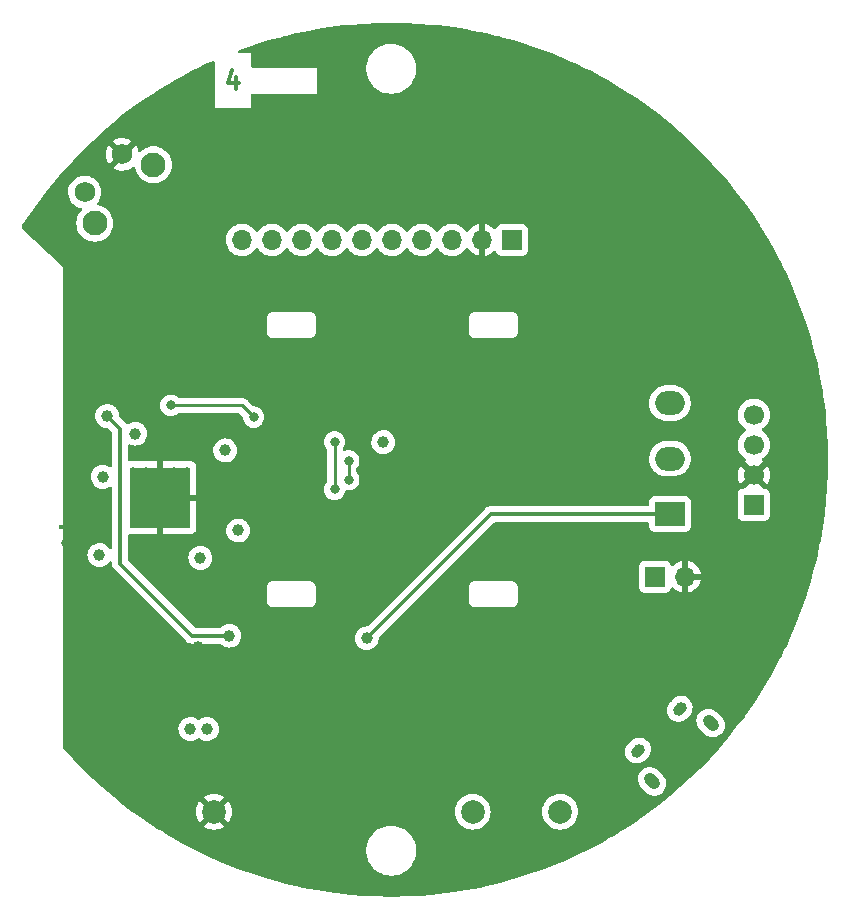
<source format=gbr>
%TF.GenerationSoftware,KiCad,Pcbnew,(6.0.1)*%
%TF.CreationDate,2022-03-12T16:33:18+00:00*%
%TF.ProjectId,Ball_Remote_Components,42616c6c-5f52-4656-9d6f-74655f436f6d,rev?*%
%TF.SameCoordinates,Original*%
%TF.FileFunction,Copper,L4,Bot*%
%TF.FilePolarity,Positive*%
%FSLAX46Y46*%
G04 Gerber Fmt 4.6, Leading zero omitted, Abs format (unit mm)*
G04 Created by KiCad (PCBNEW (6.0.1)) date 2022-03-12 16:33:18*
%MOMM*%
%LPD*%
G01*
G04 APERTURE LIST*
G04 Aperture macros list*
%AMHorizOval*
0 Thick line with rounded ends*
0 $1 width*
0 $2 $3 position (X,Y) of the first rounded end (center of the circle)*
0 $4 $5 position (X,Y) of the second rounded end (center of the circle)*
0 Add line between two ends*
20,1,$1,$2,$3,$4,$5,0*
0 Add two circle primitives to create the rounded ends*
1,1,$1,$2,$3*
1,1,$1,$4,$5*%
G04 Aperture macros list end*
%ADD10C,0.300000*%
%TA.AperFunction,NonConductor*%
%ADD11C,0.300000*%
%TD*%
%TA.AperFunction,ComponentPad*%
%ADD12R,1.700000X1.700000*%
%TD*%
%TA.AperFunction,ComponentPad*%
%ADD13O,1.700000X1.700000*%
%TD*%
%TA.AperFunction,ComponentPad*%
%ADD14R,2.500000X2.000000*%
%TD*%
%TA.AperFunction,ComponentPad*%
%ADD15O,2.500000X2.000000*%
%TD*%
%TA.AperFunction,ComponentPad*%
%ADD16C,2.000000*%
%TD*%
%TA.AperFunction,ComponentPad*%
%ADD17C,1.700000*%
%TD*%
%TA.AperFunction,ComponentPad*%
%ADD18HorizOval,0.950000X0.106066X0.106066X-0.106066X-0.106066X0*%
%TD*%
%TA.AperFunction,ComponentPad*%
%ADD19HorizOval,1.000000X-0.194454X0.194454X0.194454X-0.194454X0*%
%TD*%
%TA.AperFunction,ComponentPad*%
%ADD20C,0.500000*%
%TD*%
%TA.AperFunction,SMDPad,CuDef*%
%ADD21R,5.150000X5.150000*%
%TD*%
%TA.AperFunction,ComponentPad*%
%ADD22C,2.100000*%
%TD*%
%TA.AperFunction,ComponentPad*%
%ADD23C,1.750000*%
%TD*%
%TA.AperFunction,ViaPad*%
%ADD24C,1.000000*%
%TD*%
%TA.AperFunction,ViaPad*%
%ADD25C,0.400000*%
%TD*%
%TA.AperFunction,ViaPad*%
%ADD26C,0.800000*%
%TD*%
%TA.AperFunction,Conductor*%
%ADD27C,0.350000*%
%TD*%
%TA.AperFunction,Conductor*%
%ADD28C,0.250000*%
%TD*%
G04 APERTURE END LIST*
D10*
%TO.C,FID1*%
D11*
X132760714Y-72866071D02*
X132760714Y-73866071D01*
X132403571Y-72294642D02*
X132046428Y-73366071D01*
X132975000Y-73366071D01*
%TD*%
D12*
%TO.P,J2,1,Pin_1*%
%TO.N,+2V8*%
X156100000Y-86687500D03*
D13*
%TO.P,J2,2,Pin_2*%
%TO.N,GND*%
X153560000Y-86687500D03*
%TO.P,J2,3,Pin_3*%
%TO.N,/I2C_CLK*%
X151020000Y-86687500D03*
%TO.P,J2,4,Pin_4*%
%TO.N,/12C_SDA*%
X148480000Y-86687500D03*
%TO.P,J2,5,Pin_5*%
%TO.N,/G_INT*%
X145940000Y-86687500D03*
%TO.P,J2,6,Pin_6*%
%TO.N,/G_RDY*%
X143400000Y-86687500D03*
%TO.P,J2,7,Pin_7*%
%TO.N,unconnected-(J2-Pad7)*%
X140860000Y-86687500D03*
%TO.P,J2,8,Pin_8*%
%TO.N,unconnected-(J2-Pad8)*%
X138320000Y-86687500D03*
%TO.P,J2,9,Pin_9*%
%TO.N,unconnected-(J2-Pad9)*%
X135780000Y-86687500D03*
%TO.P,J2,10,Pin_10*%
%TO.N,unconnected-(J2-Pad10)*%
X133240000Y-86687500D03*
%TD*%
D14*
%TO.P,SW1,1,A*%
%TO.N,/BATT_ON_OFF*%
X169475000Y-109887500D03*
D15*
%TO.P,SW1,2,B*%
%TO.N,/BATT+*%
X169475000Y-105187500D03*
%TO.P,SW1,3,C*%
%TO.N,unconnected-(SW1-Pad3)*%
X169475000Y-100487500D03*
%TD*%
D12*
%TO.P,BT1,1,+*%
%TO.N,/BATT+*%
X168200000Y-115187500D03*
D13*
%TO.P,BT1,2,-*%
%TO.N,GND*%
X170740000Y-115187500D03*
%TD*%
D16*
%TO.P,TP2,1,1*%
%TO.N,+2V8*%
X160175000Y-135087500D03*
%TD*%
D12*
%TO.P,J3,1,Pin_1*%
%TO.N,+2V8*%
X176575000Y-109097500D03*
D17*
%TO.P,J3,2,Pin_2*%
%TO.N,GND*%
X176575000Y-106557500D03*
%TO.P,J3,3,Pin_3*%
%TO.N,/SWIO*%
X176575000Y-104017500D03*
%TO.P,J3,4,Pin_4*%
%TO.N,/SWCLK*%
X176575000Y-101477500D03*
%TD*%
D18*
%TO.P,J1,*%
%TO.N,*%
X166762205Y-129910239D03*
X170297739Y-126374705D03*
D19*
X172914034Y-127576786D03*
%TO.P,J1,6,Shield*%
%TO.N,unconnected-(J1-Pad6)*%
X167964286Y-132526534D03*
%TD*%
D16*
%TO.P,TP1,1,1*%
%TO.N,GND*%
X130875000Y-135087500D03*
%TD*%
D20*
%TO.P,U1,49,GND*%
%TO.N,GND*%
X123975000Y-106175000D03*
X128625000Y-110825000D03*
X127462500Y-106175000D03*
X127462500Y-107337500D03*
X125137500Y-110825000D03*
X126300000Y-106175000D03*
X128625000Y-109662500D03*
X126300000Y-108500000D03*
X123975000Y-108500000D03*
X127462500Y-110825000D03*
X123975000Y-110825000D03*
X126300000Y-110825000D03*
X125137500Y-106175000D03*
X126300000Y-107337500D03*
X127462500Y-109662500D03*
X128625000Y-108500000D03*
D21*
X126300000Y-108500000D03*
D20*
X127462500Y-108500000D03*
X125137500Y-108500000D03*
X126300000Y-109662500D03*
X125137500Y-109662500D03*
X128625000Y-106175000D03*
X125137500Y-107337500D03*
X123975000Y-109662500D03*
X123975000Y-107337500D03*
X128625000Y-107337500D03*
%TD*%
D22*
%TO.P,RESET1,*%
%TO.N,*%
X120789959Y-85269884D03*
X125746778Y-80313066D03*
D23*
%TO.P,RESET1,1,1*%
%TO.N,/RESET*%
X119913147Y-82625305D03*
%TO.P,RESET1,2,2*%
%TO.N,GND*%
X123095128Y-79443324D03*
%TD*%
D16*
%TO.P,TP3,1,1*%
%TO.N,VCC*%
X152775000Y-135087500D03*
%TD*%
D24*
%TO.N,/BATT_ON_OFF*%
X143800000Y-120412500D03*
%TO.N,GND*%
X134918750Y-110381250D03*
D25*
X122019174Y-110310500D03*
X118500000Y-107000000D03*
D26*
X129600000Y-115100000D03*
D25*
X118500000Y-107800000D03*
X118500000Y-100200000D03*
D24*
X142875000Y-121887500D03*
X133075000Y-128187500D03*
D26*
X125800000Y-115100000D03*
D25*
X120000000Y-109080000D03*
X118500000Y-105400000D03*
X119980000Y-110380000D03*
D24*
X129475000Y-121187500D03*
X139175000Y-124287500D03*
D25*
X120940000Y-109100000D03*
D26*
X127400000Y-115100000D03*
D25*
X118500000Y-104600000D03*
D24*
X127275000Y-122087500D03*
D25*
X120970000Y-110360000D03*
D24*
X169328544Y-125375024D03*
D25*
X117900000Y-111000000D03*
D24*
X127170517Y-113005441D03*
D25*
X118930000Y-110430000D03*
D26*
X122775000Y-123787500D03*
D24*
X124218750Y-100581250D03*
D26*
X119600000Y-113600000D03*
D24*
X144975000Y-121587500D03*
D25*
X118950000Y-109060000D03*
D24*
X142600000Y-127800000D03*
D25*
X118500000Y-103800000D03*
D26*
X118300000Y-112300000D03*
D25*
X118500000Y-106200000D03*
D24*
%TO.N,+2V8*%
X124218750Y-103081250D03*
X129718750Y-113600000D03*
X131818750Y-104500000D03*
X132918750Y-111281250D03*
X145200000Y-103800000D03*
X121460000Y-106740000D03*
X130275000Y-128087500D03*
X121170000Y-113360000D03*
X128875000Y-128087500D03*
%TO.N,/Battery_Level*%
X132175000Y-120187500D03*
X121818750Y-101581250D03*
D26*
%TO.N,/SPI_MISO*%
X142275000Y-106987500D03*
X142275000Y-105387500D03*
%TO.N,/SPI_MOSI*%
X141075000Y-103787500D03*
X141075000Y-107787500D03*
%TO.N,/BOOT0*%
X134218750Y-101681250D03*
X127218750Y-100681250D03*
%TD*%
D27*
%TO.N,/BATT_ON_OFF*%
X154325000Y-109887500D02*
X143800000Y-120412500D01*
X169475000Y-109887500D02*
X154325000Y-109887500D01*
%TO.N,/Battery_Level*%
X129018750Y-120181250D02*
X122918750Y-114081250D01*
X122918750Y-114081250D02*
X122918750Y-102681250D01*
X132175000Y-120187500D02*
X129075000Y-120187500D01*
X122918750Y-102681250D02*
X121818750Y-101581250D01*
D28*
%TO.N,/SPI_MISO*%
X142275000Y-106987500D02*
X142275000Y-105387500D01*
%TO.N,/SPI_MOSI*%
X141075000Y-107787500D02*
X141075000Y-103787500D01*
%TO.N,/BOOT0*%
X133218750Y-100681250D02*
X134218750Y-101681250D01*
X127218750Y-100681250D02*
X133218750Y-100681250D01*
%TD*%
%TA.AperFunction,Conductor*%
%TO.N,GND*%
G36*
X146183020Y-68300339D02*
G01*
X147034958Y-68313722D01*
X147038914Y-68313846D01*
X148195751Y-68368401D01*
X148199702Y-68368649D01*
X149354296Y-68459518D01*
X149358236Y-68459891D01*
X149847736Y-68513932D01*
X150509381Y-68586978D01*
X150513251Y-68587467D01*
X151179752Y-68682324D01*
X151659861Y-68750654D01*
X151663770Y-68751273D01*
X152199940Y-68844849D01*
X152804695Y-68950396D01*
X152808533Y-68951128D01*
X153352152Y-69063706D01*
X153942602Y-69185983D01*
X153946465Y-69186846D01*
X154764666Y-69383279D01*
X155072639Y-69457217D01*
X155076453Y-69458196D01*
X156193538Y-69763796D01*
X156197305Y-69764890D01*
X157304266Y-70105435D01*
X157308010Y-70106651D01*
X157462263Y-70159464D01*
X158403728Y-70481801D01*
X158407452Y-70483142D01*
X159490811Y-70892508D01*
X159494481Y-70893961D01*
X159697350Y-70977992D01*
X160564462Y-71337162D01*
X160568095Y-71338734D01*
X160953425Y-71512717D01*
X161623663Y-71815341D01*
X161627213Y-71817013D01*
X162216324Y-72105615D01*
X162667237Y-72326515D01*
X162670715Y-72328286D01*
X163694338Y-72870266D01*
X163697693Y-72872110D01*
X164220473Y-73170299D01*
X164703743Y-73445952D01*
X164707150Y-73447967D01*
X165011121Y-73634240D01*
X165694640Y-74053101D01*
X165697942Y-74055196D01*
X166068924Y-74298886D01*
X166665933Y-74691048D01*
X166669207Y-74693273D01*
X167616745Y-75359214D01*
X167619947Y-75361541D01*
X168546068Y-76056893D01*
X168549196Y-76059319D01*
X169453056Y-76783447D01*
X169456105Y-76785970D01*
X170336736Y-77538099D01*
X170339706Y-77540717D01*
X171162921Y-78289785D01*
X171196300Y-78320158D01*
X171199180Y-78322863D01*
X172030904Y-79128859D01*
X172033641Y-79131596D01*
X172715080Y-79834786D01*
X172839633Y-79963315D01*
X172842338Y-79966195D01*
X173073633Y-80220385D01*
X173621783Y-80822794D01*
X173624401Y-80825764D01*
X174376530Y-81706395D01*
X174379053Y-81709444D01*
X175103181Y-82613304D01*
X175105607Y-82616432D01*
X175800959Y-83542553D01*
X175803286Y-83545755D01*
X176469227Y-84493293D01*
X176471452Y-84496567D01*
X177095836Y-85447099D01*
X177107291Y-85464538D01*
X177109399Y-85467860D01*
X177426308Y-85985009D01*
X177714533Y-86455350D01*
X177716548Y-86458757D01*
X177847021Y-86687500D01*
X178290390Y-87464807D01*
X178292234Y-87468162D01*
X178834214Y-88491785D01*
X178835985Y-88495263D01*
X179077130Y-88987500D01*
X179345480Y-89535271D01*
X179347166Y-89538852D01*
X179823766Y-90594405D01*
X179825338Y-90598038D01*
X180268535Y-91668009D01*
X180269992Y-91671689D01*
X180679358Y-92755048D01*
X180680699Y-92758772D01*
X181055845Y-93854479D01*
X181057065Y-93858234D01*
X181397065Y-94963422D01*
X181397605Y-94965178D01*
X181398704Y-94968962D01*
X181704301Y-96086037D01*
X181705286Y-96089871D01*
X181975654Y-97216035D01*
X181976517Y-97219898D01*
X182211367Y-98353942D01*
X182212109Y-98357830D01*
X182411227Y-99498730D01*
X182411846Y-99502639D01*
X182455940Y-99812456D01*
X182575033Y-100649249D01*
X182575522Y-100653119D01*
X182647376Y-101303971D01*
X182702609Y-101804264D01*
X182702982Y-101808204D01*
X182793851Y-102962798D01*
X182794099Y-102966749D01*
X182848654Y-104123586D01*
X182848778Y-104127542D01*
X182858431Y-104742017D01*
X182865269Y-105177274D01*
X182866969Y-105285521D01*
X182866969Y-105289473D01*
X182864918Y-105420021D01*
X182848778Y-106447458D01*
X182848654Y-106451414D01*
X182794099Y-107608251D01*
X182793851Y-107612202D01*
X182702982Y-108766796D01*
X182702609Y-108770736D01*
X182695032Y-108839366D01*
X182597300Y-109724623D01*
X182575525Y-109921856D01*
X182575033Y-109925751D01*
X182501685Y-110441120D01*
X182411846Y-111072361D01*
X182411227Y-111076270D01*
X182333821Y-111519786D01*
X182225638Y-112139654D01*
X182212109Y-112217170D01*
X182211372Y-112221033D01*
X182131376Y-112607318D01*
X181976517Y-113355102D01*
X181975654Y-113358965D01*
X181807953Y-114057490D01*
X181713281Y-114451829D01*
X181705286Y-114485129D01*
X181704304Y-114488953D01*
X181400215Y-115600517D01*
X181398709Y-115606021D01*
X181397610Y-115609805D01*
X181112531Y-116536471D01*
X181057068Y-116716756D01*
X181055845Y-116720521D01*
X180680699Y-117816228D01*
X180679358Y-117819952D01*
X180269992Y-118903311D01*
X180268539Y-118906981D01*
X180157609Y-119174789D01*
X179825338Y-119976962D01*
X179823766Y-119980595D01*
X179628754Y-120412500D01*
X179353265Y-121022641D01*
X179347166Y-121036148D01*
X179345487Y-121039713D01*
X179167530Y-121402969D01*
X178835985Y-122079737D01*
X178834214Y-122083215D01*
X178292234Y-123106838D01*
X178290390Y-123110193D01*
X178010783Y-123600395D01*
X177716548Y-124116243D01*
X177714533Y-124119650D01*
X177109412Y-125107120D01*
X177107304Y-125110442D01*
X176827567Y-125536300D01*
X176471452Y-126078433D01*
X176469227Y-126081707D01*
X175803286Y-127029245D01*
X175800959Y-127032447D01*
X175105607Y-127958568D01*
X175103181Y-127961696D01*
X174379053Y-128865556D01*
X174376530Y-128868605D01*
X173624401Y-129749236D01*
X173621783Y-129752206D01*
X172842342Y-130608800D01*
X172839637Y-130611680D01*
X172033641Y-131443404D01*
X172030904Y-131446141D01*
X171279267Y-132174528D01*
X171199185Y-132252133D01*
X171196300Y-132254842D01*
X170339706Y-133034283D01*
X170336736Y-133036901D01*
X169456105Y-133789030D01*
X169453056Y-133791553D01*
X168549196Y-134515681D01*
X168546068Y-134518107D01*
X167619947Y-135213459D01*
X167616745Y-135215786D01*
X166669207Y-135881727D01*
X166665933Y-135883952D01*
X166565974Y-135949613D01*
X165697942Y-136519804D01*
X165694640Y-136521899D01*
X165307601Y-136759077D01*
X164707150Y-137127033D01*
X164703743Y-137129048D01*
X164352268Y-137329526D01*
X163697693Y-137702890D01*
X163694338Y-137704734D01*
X162670715Y-138246714D01*
X162667236Y-138248485D01*
X161627213Y-138757987D01*
X161623663Y-138759659D01*
X161465585Y-138831034D01*
X160568095Y-139236266D01*
X160564462Y-139237838D01*
X159942288Y-139495551D01*
X159670538Y-139608114D01*
X159494491Y-139681035D01*
X159490811Y-139682492D01*
X158407452Y-140091858D01*
X158403728Y-140093199D01*
X157746522Y-140318212D01*
X157308010Y-140468349D01*
X157304266Y-140469565D01*
X156197305Y-140810110D01*
X156193538Y-140811204D01*
X155076453Y-141116804D01*
X155072639Y-141117783D01*
X154764666Y-141191721D01*
X153946465Y-141388154D01*
X153942602Y-141389017D01*
X153352152Y-141511294D01*
X152808533Y-141623872D01*
X152804695Y-141624604D01*
X152199940Y-141730151D01*
X151663770Y-141823727D01*
X151659861Y-141824346D01*
X151179752Y-141892676D01*
X150513251Y-141987533D01*
X150509381Y-141988022D01*
X149847736Y-142061068D01*
X149358236Y-142115109D01*
X149354296Y-142115482D01*
X148199702Y-142206351D01*
X148195751Y-142206599D01*
X147038914Y-142261154D01*
X147034958Y-142261278D01*
X146183020Y-142274661D01*
X145876973Y-142279469D01*
X145873027Y-142279469D01*
X145566980Y-142274661D01*
X144715042Y-142261278D01*
X144711086Y-142261154D01*
X143554249Y-142206599D01*
X143550298Y-142206351D01*
X142395704Y-142115482D01*
X142391764Y-142115109D01*
X141902264Y-142061068D01*
X141240619Y-141988022D01*
X141236749Y-141987533D01*
X140570248Y-141892676D01*
X140090139Y-141824346D01*
X140086230Y-141823727D01*
X139550060Y-141730151D01*
X138945305Y-141624604D01*
X138941467Y-141623872D01*
X138397848Y-141511294D01*
X137807398Y-141389017D01*
X137803535Y-141388154D01*
X136985334Y-141191721D01*
X136677361Y-141117783D01*
X136673547Y-141116804D01*
X135556462Y-140811204D01*
X135552695Y-140810110D01*
X134445734Y-140469565D01*
X134441990Y-140468349D01*
X134003478Y-140318212D01*
X133346272Y-140093199D01*
X133342548Y-140091858D01*
X132259189Y-139682492D01*
X132255509Y-139681035D01*
X132079463Y-139608114D01*
X131807712Y-139495551D01*
X131185538Y-139237838D01*
X131181905Y-139236266D01*
X130284415Y-138831034D01*
X130126337Y-138759659D01*
X130122787Y-138757987D01*
X129637409Y-138520203D01*
X143765743Y-138520203D01*
X143803268Y-138805234D01*
X143879129Y-139082536D01*
X143880813Y-139086484D01*
X143945048Y-139237079D01*
X143991923Y-139346976D01*
X144139561Y-139593661D01*
X144319313Y-139818028D01*
X144527851Y-140015923D01*
X144634504Y-140092561D01*
X144747966Y-140174092D01*
X144761317Y-140183686D01*
X144765112Y-140185695D01*
X144765113Y-140185696D01*
X144786869Y-140197215D01*
X145015392Y-140318212D01*
X145285373Y-140417011D01*
X145566264Y-140478255D01*
X145594841Y-140480504D01*
X145789282Y-140495807D01*
X145789291Y-140495807D01*
X145791739Y-140496000D01*
X145947271Y-140496000D01*
X145949407Y-140495854D01*
X145949418Y-140495854D01*
X146157548Y-140481665D01*
X146157554Y-140481664D01*
X146161825Y-140481373D01*
X146166020Y-140480504D01*
X146166022Y-140480504D01*
X146302583Y-140452224D01*
X146443342Y-140423074D01*
X146714343Y-140327107D01*
X146969812Y-140195250D01*
X146973313Y-140192789D01*
X146973317Y-140192787D01*
X147116924Y-140091858D01*
X147205023Y-140029941D01*
X147415622Y-139834240D01*
X147597713Y-139611768D01*
X147747927Y-139366642D01*
X147863483Y-139103398D01*
X147942244Y-138826906D01*
X147982751Y-138542284D01*
X147982845Y-138524451D01*
X147984235Y-138259083D01*
X147984235Y-138259076D01*
X147984257Y-138254797D01*
X147946732Y-137969766D01*
X147870871Y-137692464D01*
X147758077Y-137428024D01*
X147610439Y-137181339D01*
X147430687Y-136956972D01*
X147222149Y-136759077D01*
X146988683Y-136591314D01*
X146966843Y-136579750D01*
X146943654Y-136567472D01*
X146734608Y-136456788D01*
X146464627Y-136357989D01*
X146183736Y-136296745D01*
X146152685Y-136294301D01*
X145960718Y-136279193D01*
X145960709Y-136279193D01*
X145958261Y-136279000D01*
X145802729Y-136279000D01*
X145800593Y-136279146D01*
X145800582Y-136279146D01*
X145592452Y-136293335D01*
X145592446Y-136293336D01*
X145588175Y-136293627D01*
X145583980Y-136294496D01*
X145583978Y-136294496D01*
X145505085Y-136310834D01*
X145306658Y-136351926D01*
X145035657Y-136447893D01*
X144780188Y-136579750D01*
X144776687Y-136582211D01*
X144776683Y-136582213D01*
X144766594Y-136589304D01*
X144544977Y-136745059D01*
X144334378Y-136940760D01*
X144152287Y-137163232D01*
X144002073Y-137408358D01*
X143886517Y-137671602D01*
X143807756Y-137948094D01*
X143767249Y-138232716D01*
X143767227Y-138237005D01*
X143767226Y-138237012D01*
X143765765Y-138515917D01*
X143765743Y-138520203D01*
X129637409Y-138520203D01*
X129082764Y-138248485D01*
X129079285Y-138246714D01*
X128055662Y-137704734D01*
X128052307Y-137702890D01*
X127397732Y-137329527D01*
X127046257Y-137129048D01*
X127042850Y-137127033D01*
X126442399Y-136759077D01*
X126055360Y-136521899D01*
X126052058Y-136519804D01*
X125748145Y-136320170D01*
X130007160Y-136320170D01*
X130012887Y-136327820D01*
X130184042Y-136432705D01*
X130192837Y-136437187D01*
X130402988Y-136524234D01*
X130412373Y-136527283D01*
X130633554Y-136580385D01*
X130643301Y-136581928D01*
X130870070Y-136599775D01*
X130879930Y-136599775D01*
X131106699Y-136581928D01*
X131116446Y-136580385D01*
X131337627Y-136527283D01*
X131347012Y-136524234D01*
X131557163Y-136437187D01*
X131565958Y-136432705D01*
X131733445Y-136330068D01*
X131742907Y-136319610D01*
X131739124Y-136310834D01*
X130887812Y-135459522D01*
X130873868Y-135451908D01*
X130872035Y-135452039D01*
X130865420Y-135456290D01*
X130013920Y-136307790D01*
X130007160Y-136320170D01*
X125748145Y-136320170D01*
X125184026Y-135949613D01*
X125084067Y-135883952D01*
X125080793Y-135881727D01*
X124133255Y-135215786D01*
X124130053Y-135213459D01*
X123968858Y-135092430D01*
X129362725Y-135092430D01*
X129380572Y-135319199D01*
X129382115Y-135328946D01*
X129435217Y-135550127D01*
X129438266Y-135559512D01*
X129525313Y-135769663D01*
X129529795Y-135778458D01*
X129632432Y-135945945D01*
X129642890Y-135955407D01*
X129651666Y-135951624D01*
X130502978Y-135100312D01*
X130509356Y-135088632D01*
X131239408Y-135088632D01*
X131239539Y-135090465D01*
X131243790Y-135097080D01*
X132095290Y-135948580D01*
X132107670Y-135955340D01*
X132115320Y-135949613D01*
X132220205Y-135778458D01*
X132224687Y-135769663D01*
X132311734Y-135559512D01*
X132314783Y-135550127D01*
X132367885Y-135328946D01*
X132369428Y-135319199D01*
X132387275Y-135092430D01*
X132387275Y-135087500D01*
X151261835Y-135087500D01*
X151280465Y-135324211D01*
X151335895Y-135555094D01*
X151337788Y-135559665D01*
X151337789Y-135559667D01*
X151424772Y-135769663D01*
X151426760Y-135774463D01*
X151429346Y-135778683D01*
X151548241Y-135972702D01*
X151548245Y-135972708D01*
X151550824Y-135976916D01*
X151705031Y-136157469D01*
X151885584Y-136311676D01*
X151889792Y-136314255D01*
X151889798Y-136314259D01*
X152083084Y-136432705D01*
X152088037Y-136435740D01*
X152092607Y-136437633D01*
X152092611Y-136437635D01*
X152302833Y-136524711D01*
X152307406Y-136526605D01*
X152387609Y-136545860D01*
X152533476Y-136580880D01*
X152533482Y-136580881D01*
X152538289Y-136582035D01*
X152775000Y-136600665D01*
X153011711Y-136582035D01*
X153016518Y-136580881D01*
X153016524Y-136580880D01*
X153162391Y-136545860D01*
X153242594Y-136526605D01*
X153247167Y-136524711D01*
X153457389Y-136437635D01*
X153457393Y-136437633D01*
X153461963Y-136435740D01*
X153466916Y-136432705D01*
X153660202Y-136314259D01*
X153660208Y-136314255D01*
X153664416Y-136311676D01*
X153844969Y-136157469D01*
X153999176Y-135976916D01*
X154001755Y-135972708D01*
X154001759Y-135972702D01*
X154120654Y-135778683D01*
X154123240Y-135774463D01*
X154125229Y-135769663D01*
X154212211Y-135559667D01*
X154212212Y-135559665D01*
X154214105Y-135555094D01*
X154269535Y-135324211D01*
X154288165Y-135087500D01*
X158661835Y-135087500D01*
X158680465Y-135324211D01*
X158735895Y-135555094D01*
X158737788Y-135559665D01*
X158737789Y-135559667D01*
X158824772Y-135769663D01*
X158826760Y-135774463D01*
X158829346Y-135778683D01*
X158948241Y-135972702D01*
X158948245Y-135972708D01*
X158950824Y-135976916D01*
X159105031Y-136157469D01*
X159285584Y-136311676D01*
X159289792Y-136314255D01*
X159289798Y-136314259D01*
X159483084Y-136432705D01*
X159488037Y-136435740D01*
X159492607Y-136437633D01*
X159492611Y-136437635D01*
X159702833Y-136524711D01*
X159707406Y-136526605D01*
X159787609Y-136545860D01*
X159933476Y-136580880D01*
X159933482Y-136580881D01*
X159938289Y-136582035D01*
X160175000Y-136600665D01*
X160411711Y-136582035D01*
X160416518Y-136580881D01*
X160416524Y-136580880D01*
X160562391Y-136545860D01*
X160642594Y-136526605D01*
X160647167Y-136524711D01*
X160857389Y-136437635D01*
X160857393Y-136437633D01*
X160861963Y-136435740D01*
X160866916Y-136432705D01*
X161060202Y-136314259D01*
X161060208Y-136314255D01*
X161064416Y-136311676D01*
X161244969Y-136157469D01*
X161399176Y-135976916D01*
X161401755Y-135972708D01*
X161401759Y-135972702D01*
X161520654Y-135778683D01*
X161523240Y-135774463D01*
X161525229Y-135769663D01*
X161612211Y-135559667D01*
X161612212Y-135559665D01*
X161614105Y-135555094D01*
X161669535Y-135324211D01*
X161688165Y-135087500D01*
X161669535Y-134850789D01*
X161614105Y-134619906D01*
X161570934Y-134515681D01*
X161525135Y-134405111D01*
X161525133Y-134405107D01*
X161523240Y-134400537D01*
X161520654Y-134396317D01*
X161401759Y-134202298D01*
X161401755Y-134202292D01*
X161399176Y-134198084D01*
X161244969Y-134017531D01*
X161064416Y-133863324D01*
X161060208Y-133860745D01*
X161060202Y-133860741D01*
X160866183Y-133741846D01*
X160861963Y-133739260D01*
X160857393Y-133737367D01*
X160857389Y-133737365D01*
X160647167Y-133650289D01*
X160647165Y-133650288D01*
X160642594Y-133648395D01*
X160562391Y-133629140D01*
X160416524Y-133594120D01*
X160416518Y-133594119D01*
X160411711Y-133592965D01*
X160175000Y-133574335D01*
X159938289Y-133592965D01*
X159933482Y-133594119D01*
X159933476Y-133594120D01*
X159787609Y-133629140D01*
X159707406Y-133648395D01*
X159702835Y-133650288D01*
X159702833Y-133650289D01*
X159492611Y-133737365D01*
X159492607Y-133737367D01*
X159488037Y-133739260D01*
X159483817Y-133741846D01*
X159289798Y-133860741D01*
X159289792Y-133860745D01*
X159285584Y-133863324D01*
X159105031Y-134017531D01*
X158950824Y-134198084D01*
X158948245Y-134202292D01*
X158948241Y-134202298D01*
X158829346Y-134396317D01*
X158826760Y-134400537D01*
X158824867Y-134405107D01*
X158824865Y-134405111D01*
X158779066Y-134515681D01*
X158735895Y-134619906D01*
X158680465Y-134850789D01*
X158661835Y-135087500D01*
X154288165Y-135087500D01*
X154269535Y-134850789D01*
X154214105Y-134619906D01*
X154170934Y-134515681D01*
X154125135Y-134405111D01*
X154125133Y-134405107D01*
X154123240Y-134400537D01*
X154120654Y-134396317D01*
X154001759Y-134202298D01*
X154001755Y-134202292D01*
X153999176Y-134198084D01*
X153844969Y-134017531D01*
X153664416Y-133863324D01*
X153660208Y-133860745D01*
X153660202Y-133860741D01*
X153466183Y-133741846D01*
X153461963Y-133739260D01*
X153457393Y-133737367D01*
X153457389Y-133737365D01*
X153247167Y-133650289D01*
X153247165Y-133650288D01*
X153242594Y-133648395D01*
X153162391Y-133629140D01*
X153016524Y-133594120D01*
X153016518Y-133594119D01*
X153011711Y-133592965D01*
X152775000Y-133574335D01*
X152538289Y-133592965D01*
X152533482Y-133594119D01*
X152533476Y-133594120D01*
X152387609Y-133629140D01*
X152307406Y-133648395D01*
X152302835Y-133650288D01*
X152302833Y-133650289D01*
X152092611Y-133737365D01*
X152092607Y-133737367D01*
X152088037Y-133739260D01*
X152083817Y-133741846D01*
X151889798Y-133860741D01*
X151889792Y-133860745D01*
X151885584Y-133863324D01*
X151705031Y-134017531D01*
X151550824Y-134198084D01*
X151548245Y-134202292D01*
X151548241Y-134202298D01*
X151429346Y-134396317D01*
X151426760Y-134400537D01*
X151424867Y-134405107D01*
X151424865Y-134405111D01*
X151379066Y-134515681D01*
X151335895Y-134619906D01*
X151280465Y-134850789D01*
X151261835Y-135087500D01*
X132387275Y-135087500D01*
X132387275Y-135082570D01*
X132369428Y-134855801D01*
X132367885Y-134846054D01*
X132314783Y-134624873D01*
X132311734Y-134615488D01*
X132224687Y-134405337D01*
X132220205Y-134396542D01*
X132117568Y-134229055D01*
X132107110Y-134219593D01*
X132098334Y-134223376D01*
X131247022Y-135074688D01*
X131239408Y-135088632D01*
X130509356Y-135088632D01*
X130510592Y-135086368D01*
X130510461Y-135084535D01*
X130506210Y-135077920D01*
X129654710Y-134226420D01*
X129642330Y-134219660D01*
X129634680Y-134225387D01*
X129529795Y-134396542D01*
X129525313Y-134405337D01*
X129438266Y-134615488D01*
X129435217Y-134624873D01*
X129382115Y-134846054D01*
X129380572Y-134855801D01*
X129362725Y-135082570D01*
X129362725Y-135092430D01*
X123968858Y-135092430D01*
X123203932Y-134518107D01*
X123200804Y-134515681D01*
X122376626Y-133855390D01*
X130007093Y-133855390D01*
X130010876Y-133864166D01*
X130862188Y-134715478D01*
X130876132Y-134723092D01*
X130877965Y-134722961D01*
X130884580Y-134718710D01*
X131736080Y-133867210D01*
X131742840Y-133854830D01*
X131737113Y-133847180D01*
X131565958Y-133742295D01*
X131557163Y-133737813D01*
X131347012Y-133650766D01*
X131337627Y-133647717D01*
X131116446Y-133594615D01*
X131106699Y-133593072D01*
X130879930Y-133575225D01*
X130870070Y-133575225D01*
X130643301Y-133593072D01*
X130633554Y-133594615D01*
X130412373Y-133647717D01*
X130402988Y-133650766D01*
X130192837Y-133737813D01*
X130184042Y-133742295D01*
X130016555Y-133844932D01*
X130007093Y-133855390D01*
X122376626Y-133855390D01*
X122296944Y-133791553D01*
X122293895Y-133789030D01*
X121413264Y-133036901D01*
X121410294Y-133034283D01*
X120626921Y-132321468D01*
X166756508Y-132321468D01*
X166773745Y-132518493D01*
X166775464Y-132524410D01*
X166775465Y-132524415D01*
X166813446Y-132655144D01*
X166828923Y-132708416D01*
X166919940Y-132884006D01*
X167016570Y-133005053D01*
X167480815Y-133469297D01*
X167595001Y-133563091D01*
X167769303Y-133656550D01*
X167877959Y-133689770D01*
X167952540Y-133712572D01*
X167952542Y-133712572D01*
X167958438Y-133714375D01*
X168016291Y-133720252D01*
X168149074Y-133733740D01*
X168149079Y-133733740D01*
X168155202Y-133734362D01*
X168279265Y-133722634D01*
X168345969Y-133716329D01*
X168345971Y-133716329D01*
X168352102Y-133715749D01*
X168446869Y-133687498D01*
X168535733Y-133661007D01*
X168535735Y-133661006D01*
X168541636Y-133659247D01*
X168716586Y-133567006D01*
X168870287Y-133442541D01*
X168996886Y-133290592D01*
X169091562Y-133116947D01*
X169150705Y-132928220D01*
X169154986Y-132888816D01*
X169171399Y-132737725D01*
X169171399Y-132737721D01*
X169172064Y-132731600D01*
X169154827Y-132534575D01*
X169153108Y-132528658D01*
X169153107Y-132528653D01*
X169101367Y-132350566D01*
X169099649Y-132344652D01*
X169008632Y-132169062D01*
X168912002Y-132048015D01*
X168447757Y-131583771D01*
X168333571Y-131489977D01*
X168159269Y-131396518D01*
X168050613Y-131363298D01*
X167976032Y-131340496D01*
X167976030Y-131340496D01*
X167970134Y-131338693D01*
X167912281Y-131332816D01*
X167779498Y-131319328D01*
X167779493Y-131319328D01*
X167773370Y-131318706D01*
X167649307Y-131330434D01*
X167582603Y-131336739D01*
X167582601Y-131336739D01*
X167576470Y-131337319D01*
X167481703Y-131365570D01*
X167392839Y-131392061D01*
X167392837Y-131392062D01*
X167386936Y-131393821D01*
X167211986Y-131486062D01*
X167058285Y-131610527D01*
X166931686Y-131762476D01*
X166837010Y-131936121D01*
X166777867Y-132124848D01*
X166777202Y-132130971D01*
X166777201Y-132130975D01*
X166757173Y-132315343D01*
X166756508Y-132321468D01*
X120626921Y-132321468D01*
X120553700Y-132254842D01*
X120550815Y-132252133D01*
X120470733Y-132174528D01*
X119719096Y-131446141D01*
X119716359Y-131443404D01*
X118910363Y-130611680D01*
X118907658Y-130608800D01*
X118390506Y-130040458D01*
X165667862Y-130040458D01*
X165692904Y-130238686D01*
X165757293Y-130427828D01*
X165858400Y-130600161D01*
X165992095Y-130748644D01*
X166152915Y-130867210D01*
X166334291Y-130951018D01*
X166528815Y-130996643D01*
X166641196Y-130999782D01*
X166722158Y-131002044D01*
X166722161Y-131002044D01*
X166728540Y-131002222D01*
X166925308Y-130967526D01*
X167111080Y-130893974D01*
X167116427Y-130890475D01*
X167274215Y-130787221D01*
X167274219Y-130787218D01*
X167278267Y-130784569D01*
X167283151Y-130780172D01*
X167599019Y-130464304D01*
X167693578Y-130348363D01*
X167786146Y-130171296D01*
X167841219Y-129979234D01*
X167856548Y-129780020D01*
X167831506Y-129581792D01*
X167767117Y-129392650D01*
X167666010Y-129220317D01*
X167532315Y-129071834D01*
X167371495Y-128953268D01*
X167190119Y-128869460D01*
X166995595Y-128823835D01*
X166883214Y-128820696D01*
X166802252Y-128818434D01*
X166802249Y-128818434D01*
X166795870Y-128818256D01*
X166599102Y-128852952D01*
X166413330Y-128926504D01*
X166407983Y-128930003D01*
X166250195Y-129033257D01*
X166250191Y-129033260D01*
X166246143Y-129035909D01*
X166241259Y-129040306D01*
X165925391Y-129356174D01*
X165830832Y-129472115D01*
X165738264Y-129649182D01*
X165683191Y-129841244D01*
X165667862Y-130040458D01*
X118390506Y-130040458D01*
X118128217Y-129752206D01*
X118125619Y-129749260D01*
X118105188Y-129725338D01*
X118076158Y-129660550D01*
X118075000Y-129643509D01*
X118075000Y-128073351D01*
X127861719Y-128073351D01*
X127878268Y-128270434D01*
X127932783Y-128460550D01*
X127935602Y-128466035D01*
X128013321Y-128617258D01*
X128023187Y-128636456D01*
X128146035Y-128791453D01*
X128150728Y-128795447D01*
X128150729Y-128795448D01*
X128255926Y-128884977D01*
X128296650Y-128919636D01*
X128469294Y-129016124D01*
X128657392Y-129077240D01*
X128853777Y-129100658D01*
X128859912Y-129100186D01*
X128859914Y-129100186D01*
X129044830Y-129085957D01*
X129044834Y-129085956D01*
X129050972Y-129085484D01*
X129241463Y-129032298D01*
X129246967Y-129029518D01*
X129246969Y-129029517D01*
X129412495Y-128945904D01*
X129412497Y-128945903D01*
X129417996Y-128943125D01*
X129496692Y-128881641D01*
X129562685Y-128855465D01*
X129632355Y-128869123D01*
X129655925Y-128884977D01*
X129696650Y-128919636D01*
X129869294Y-129016124D01*
X130057392Y-129077240D01*
X130253777Y-129100658D01*
X130259912Y-129100186D01*
X130259914Y-129100186D01*
X130444830Y-129085957D01*
X130444834Y-129085956D01*
X130450972Y-129085484D01*
X130641463Y-129032298D01*
X130646967Y-129029518D01*
X130646969Y-129029517D01*
X130812495Y-128945904D01*
X130812497Y-128945903D01*
X130817996Y-128943125D01*
X130973847Y-128821361D01*
X131103078Y-128671645D01*
X131200769Y-128499679D01*
X131263197Y-128312013D01*
X131287985Y-128115795D01*
X131288380Y-128087500D01*
X131269080Y-127890667D01*
X131211916Y-127701331D01*
X131119066Y-127526704D01*
X131048709Y-127440438D01*
X130997960Y-127378213D01*
X130997957Y-127378210D01*
X130994065Y-127373438D01*
X130987724Y-127368192D01*
X130846425Y-127251299D01*
X130846421Y-127251297D01*
X130841675Y-127247370D01*
X130667701Y-127153302D01*
X130478768Y-127094818D01*
X130472643Y-127094174D01*
X130472642Y-127094174D01*
X130288204Y-127074789D01*
X130288202Y-127074789D01*
X130282075Y-127074145D01*
X130199576Y-127081653D01*
X130091251Y-127091511D01*
X130091248Y-127091512D01*
X130085112Y-127092070D01*
X130079206Y-127093808D01*
X130079202Y-127093809D01*
X129974076Y-127124749D01*
X129895381Y-127147910D01*
X129889923Y-127150763D01*
X129889919Y-127150765D01*
X129799147Y-127198220D01*
X129720110Y-127239540D01*
X129654193Y-127292538D01*
X129588575Y-127319634D01*
X129518720Y-127306951D01*
X129494928Y-127291425D01*
X129446424Y-127251299D01*
X129441675Y-127247370D01*
X129267701Y-127153302D01*
X129078768Y-127094818D01*
X129072643Y-127094174D01*
X129072642Y-127094174D01*
X128888204Y-127074789D01*
X128888202Y-127074789D01*
X128882075Y-127074145D01*
X128799576Y-127081653D01*
X128691251Y-127091511D01*
X128691248Y-127091512D01*
X128685112Y-127092070D01*
X128679206Y-127093808D01*
X128679202Y-127093809D01*
X128574076Y-127124749D01*
X128495381Y-127147910D01*
X128489923Y-127150763D01*
X128489919Y-127150765D01*
X128399147Y-127198220D01*
X128320110Y-127239540D01*
X128165975Y-127363468D01*
X128038846Y-127514974D01*
X128035879Y-127520372D01*
X128035875Y-127520377D01*
X127957095Y-127663680D01*
X127943567Y-127688287D01*
X127941706Y-127694154D01*
X127941705Y-127694156D01*
X127923117Y-127752754D01*
X127883765Y-127876806D01*
X127861719Y-128073351D01*
X118075000Y-128073351D01*
X118075000Y-126504924D01*
X169203396Y-126504924D01*
X169228438Y-126703152D01*
X169292827Y-126892294D01*
X169296057Y-126897799D01*
X169373176Y-127029245D01*
X169393934Y-127064627D01*
X169527629Y-127213110D01*
X169574098Y-127247370D01*
X169672116Y-127319634D01*
X169688449Y-127331676D01*
X169869825Y-127415484D01*
X170064349Y-127461109D01*
X170176730Y-127464248D01*
X170257692Y-127466510D01*
X170257695Y-127466510D01*
X170264074Y-127466688D01*
X170460842Y-127431992D01*
X170613072Y-127371720D01*
X171706256Y-127371720D01*
X171723493Y-127568745D01*
X171725212Y-127574662D01*
X171725213Y-127574667D01*
X171741571Y-127630971D01*
X171778671Y-127758668D01*
X171869688Y-127934258D01*
X171966318Y-128055305D01*
X172430563Y-128519549D01*
X172544749Y-128613343D01*
X172550182Y-128616256D01*
X172643485Y-128666284D01*
X172719051Y-128706802D01*
X172827707Y-128740022D01*
X172902288Y-128762824D01*
X172902290Y-128762824D01*
X172908186Y-128764627D01*
X172966039Y-128770504D01*
X173098822Y-128783992D01*
X173098827Y-128783992D01*
X173104950Y-128784614D01*
X173229013Y-128772886D01*
X173295717Y-128766581D01*
X173295719Y-128766581D01*
X173301850Y-128766001D01*
X173396617Y-128737750D01*
X173485481Y-128711259D01*
X173485483Y-128711258D01*
X173491384Y-128709499D01*
X173666334Y-128617258D01*
X173820035Y-128492793D01*
X173946634Y-128340844D01*
X174041310Y-128167199D01*
X174100453Y-127978472D01*
X174102276Y-127961696D01*
X174121147Y-127787977D01*
X174121147Y-127787973D01*
X174121812Y-127781852D01*
X174104575Y-127584827D01*
X174102856Y-127578910D01*
X174102855Y-127578905D01*
X174051115Y-127400818D01*
X174049397Y-127394904D01*
X173958380Y-127219314D01*
X173861750Y-127098267D01*
X173397505Y-126634023D01*
X173283319Y-126540229D01*
X173109017Y-126446770D01*
X173000361Y-126413550D01*
X172925780Y-126390748D01*
X172925778Y-126390748D01*
X172919882Y-126388945D01*
X172862029Y-126383068D01*
X172729246Y-126369580D01*
X172729241Y-126369580D01*
X172723118Y-126368958D01*
X172599055Y-126380686D01*
X172532351Y-126386991D01*
X172532349Y-126386991D01*
X172526218Y-126387571D01*
X172431451Y-126415822D01*
X172342587Y-126442313D01*
X172342585Y-126442314D01*
X172336684Y-126444073D01*
X172161734Y-126536314D01*
X172156948Y-126540190D01*
X172156946Y-126540191D01*
X172016446Y-126653966D01*
X172008033Y-126660779D01*
X172004088Y-126665514D01*
X171886061Y-126807175D01*
X171881434Y-126812728D01*
X171786758Y-126986373D01*
X171727615Y-127175100D01*
X171726950Y-127181223D01*
X171726949Y-127181227D01*
X171707572Y-127359604D01*
X171706256Y-127371720D01*
X170613072Y-127371720D01*
X170646614Y-127358440D01*
X170651961Y-127354941D01*
X170809749Y-127251687D01*
X170809753Y-127251684D01*
X170813801Y-127249035D01*
X170818685Y-127244638D01*
X171134553Y-126928770D01*
X171229112Y-126812829D01*
X171321680Y-126635762D01*
X171376753Y-126443700D01*
X171392082Y-126244486D01*
X171367040Y-126046258D01*
X171302651Y-125857116D01*
X171201544Y-125684783D01*
X171067849Y-125536300D01*
X170907029Y-125417734D01*
X170725653Y-125333926D01*
X170531129Y-125288301D01*
X170418748Y-125285162D01*
X170337786Y-125282900D01*
X170337783Y-125282900D01*
X170331404Y-125282722D01*
X170134636Y-125317418D01*
X169948864Y-125390970D01*
X169943517Y-125394469D01*
X169785729Y-125497723D01*
X169785725Y-125497726D01*
X169781677Y-125500375D01*
X169776793Y-125504772D01*
X169460925Y-125820640D01*
X169366366Y-125936581D01*
X169273798Y-126113648D01*
X169218725Y-126305710D01*
X169218236Y-126312069D01*
X169207647Y-126449683D01*
X169203396Y-126504924D01*
X118075000Y-126504924D01*
X118075000Y-113345851D01*
X120156719Y-113345851D01*
X120173268Y-113542934D01*
X120227783Y-113733050D01*
X120230602Y-113738535D01*
X120298476Y-113870602D01*
X120318187Y-113908956D01*
X120441035Y-114063953D01*
X120445728Y-114067947D01*
X120445729Y-114067948D01*
X120582261Y-114184145D01*
X120591650Y-114192136D01*
X120764294Y-114288624D01*
X120952392Y-114349740D01*
X121148777Y-114373158D01*
X121154912Y-114372686D01*
X121154914Y-114372686D01*
X121339830Y-114358457D01*
X121339834Y-114358456D01*
X121345972Y-114357984D01*
X121536463Y-114304798D01*
X121541967Y-114302018D01*
X121541969Y-114302017D01*
X121707495Y-114218404D01*
X121707497Y-114218403D01*
X121712996Y-114215625D01*
X121868847Y-114093861D01*
X121973128Y-113973050D01*
X121994049Y-113948813D01*
X121994050Y-113948811D01*
X121998078Y-113944145D01*
X122001123Y-113938785D01*
X122004674Y-113933751D01*
X122006310Y-113934905D01*
X122050728Y-113891952D01*
X122120345Y-113878026D01*
X122186440Y-113903949D01*
X122228027Y-113961490D01*
X122235250Y-114003537D01*
X122235250Y-114053205D01*
X122234958Y-114061774D01*
X122232407Y-114099203D01*
X122231174Y-114117284D01*
X122232479Y-114124761D01*
X122232479Y-114124764D01*
X122241752Y-114177897D01*
X122242715Y-114184421D01*
X122246032Y-114211829D01*
X122250105Y-114245485D01*
X122252792Y-114252595D01*
X122253996Y-114257498D01*
X122256864Y-114267984D01*
X122258311Y-114272776D01*
X122259616Y-114280254D01*
X122262668Y-114287206D01*
X122262668Y-114287207D01*
X122284345Y-114336591D01*
X122286836Y-114342696D01*
X122305895Y-114393132D01*
X122308581Y-114400239D01*
X122312881Y-114406496D01*
X122315217Y-114410964D01*
X122320475Y-114420410D01*
X122323057Y-114424776D01*
X122326112Y-114431735D01*
X122363573Y-114480554D01*
X122367436Y-114485873D01*
X122369560Y-114488963D01*
X122402284Y-114536576D01*
X122407953Y-114541627D01*
X122447073Y-114576482D01*
X122452348Y-114581463D01*
X128564775Y-120693890D01*
X128662078Y-120770185D01*
X128669000Y-120773311D01*
X128669001Y-120773311D01*
X128696107Y-120785550D01*
X128812855Y-120838264D01*
X128820321Y-120839648D01*
X128820325Y-120839649D01*
X128967996Y-120867017D01*
X128975518Y-120868411D01*
X128983100Y-120867974D01*
X128983103Y-120867974D01*
X128987806Y-120867703D01*
X129011501Y-120868572D01*
X129025856Y-120870462D01*
X129025865Y-120870463D01*
X129029947Y-120871000D01*
X131375644Y-120871000D01*
X131443765Y-120891002D01*
X131457307Y-120901046D01*
X131569636Y-120996645D01*
X131596650Y-121019636D01*
X131769294Y-121116124D01*
X131957392Y-121177240D01*
X132153777Y-121200658D01*
X132159912Y-121200186D01*
X132159914Y-121200186D01*
X132344830Y-121185957D01*
X132344834Y-121185956D01*
X132350972Y-121185484D01*
X132541463Y-121132298D01*
X132546967Y-121129518D01*
X132546969Y-121129517D01*
X132712495Y-121045904D01*
X132712497Y-121045903D01*
X132717996Y-121043125D01*
X132873847Y-120921361D01*
X133003078Y-120771645D01*
X133100769Y-120599679D01*
X133163197Y-120412013D01*
X133164923Y-120398351D01*
X142786719Y-120398351D01*
X142803268Y-120595434D01*
X142804967Y-120601358D01*
X142854274Y-120773311D01*
X142857783Y-120785550D01*
X142948187Y-120961456D01*
X143071035Y-121116453D01*
X143075728Y-121120447D01*
X143075729Y-121120448D01*
X143140223Y-121175336D01*
X143221650Y-121244636D01*
X143394294Y-121341124D01*
X143582392Y-121402240D01*
X143778777Y-121425658D01*
X143784912Y-121425186D01*
X143784914Y-121425186D01*
X143969830Y-121410957D01*
X143969834Y-121410956D01*
X143975972Y-121410484D01*
X144166463Y-121357298D01*
X144171967Y-121354518D01*
X144171969Y-121354517D01*
X144337495Y-121270904D01*
X144337497Y-121270903D01*
X144342996Y-121268125D01*
X144498847Y-121146361D01*
X144608233Y-121019636D01*
X144624049Y-121001313D01*
X144624050Y-121001311D01*
X144628078Y-120996645D01*
X144725769Y-120824679D01*
X144788197Y-120637013D01*
X144812985Y-120440795D01*
X144813328Y-120416230D01*
X144834279Y-120348395D01*
X144850221Y-120328894D01*
X147821963Y-117357152D01*
X152466524Y-117357152D01*
X152468990Y-117365781D01*
X152468991Y-117365786D01*
X152474639Y-117385548D01*
X152478217Y-117402309D01*
X152481130Y-117422652D01*
X152481133Y-117422662D01*
X152482405Y-117431545D01*
X152493021Y-117454895D01*
X152499464Y-117472407D01*
X152506512Y-117497065D01*
X152522274Y-117522048D01*
X152530404Y-117537114D01*
X152542633Y-117564010D01*
X152559374Y-117583439D01*
X152570479Y-117598447D01*
X152584160Y-117620131D01*
X152590888Y-117626073D01*
X152606296Y-117639681D01*
X152618340Y-117651873D01*
X152637619Y-117674247D01*
X152645147Y-117679126D01*
X152645150Y-117679129D01*
X152659139Y-117688196D01*
X152674013Y-117699486D01*
X152693228Y-117716456D01*
X152701354Y-117720271D01*
X152701355Y-117720272D01*
X152707021Y-117722932D01*
X152719966Y-117729010D01*
X152734935Y-117737324D01*
X152759727Y-117753393D01*
X152776650Y-117758454D01*
X152784290Y-117760739D01*
X152801736Y-117767401D01*
X152824948Y-117778299D01*
X152854130Y-117782843D01*
X152870849Y-117786626D01*
X152890536Y-117792514D01*
X152890539Y-117792515D01*
X152899141Y-117795087D01*
X152908116Y-117795142D01*
X152908117Y-117795142D01*
X152914810Y-117795183D01*
X152933556Y-117795297D01*
X152934328Y-117795330D01*
X152935423Y-117795500D01*
X152966298Y-117795500D01*
X152967068Y-117795502D01*
X153040716Y-117795952D01*
X153040717Y-117795952D01*
X153044652Y-117795976D01*
X153045996Y-117795592D01*
X153047341Y-117795500D01*
X156066298Y-117795500D01*
X156067069Y-117795502D01*
X156144652Y-117795976D01*
X156153281Y-117793510D01*
X156153286Y-117793509D01*
X156173048Y-117787861D01*
X156189809Y-117784283D01*
X156210152Y-117781370D01*
X156210162Y-117781367D01*
X156219045Y-117780095D01*
X156242395Y-117769479D01*
X156259907Y-117763036D01*
X156275937Y-117758454D01*
X156284565Y-117755988D01*
X156309548Y-117740226D01*
X156324614Y-117732096D01*
X156351510Y-117719867D01*
X156370939Y-117703126D01*
X156385947Y-117692021D01*
X156400039Y-117683130D01*
X156407631Y-117678340D01*
X156427182Y-117656203D01*
X156439374Y-117644159D01*
X156454949Y-117630739D01*
X156454950Y-117630737D01*
X156461747Y-117624881D01*
X156466626Y-117617353D01*
X156466629Y-117617350D01*
X156475696Y-117603361D01*
X156486986Y-117588487D01*
X156498012Y-117576002D01*
X156503956Y-117569272D01*
X156516510Y-117542534D01*
X156524824Y-117527565D01*
X156540893Y-117502773D01*
X156548239Y-117478209D01*
X156554901Y-117460764D01*
X156561983Y-117445679D01*
X156565799Y-117437552D01*
X156570343Y-117408370D01*
X156574126Y-117391651D01*
X156580014Y-117371964D01*
X156580015Y-117371961D01*
X156582587Y-117363359D01*
X156582797Y-117328944D01*
X156582830Y-117328172D01*
X156583000Y-117327077D01*
X156583000Y-117296202D01*
X156583002Y-117295432D01*
X156583452Y-117221784D01*
X156583452Y-117221783D01*
X156583476Y-117217848D01*
X156583092Y-117216504D01*
X156583000Y-117215159D01*
X156583000Y-116096202D01*
X156583002Y-116095432D01*
X156583062Y-116085634D01*
X166841500Y-116085634D01*
X166848255Y-116147816D01*
X166899385Y-116284205D01*
X166986739Y-116400761D01*
X167103295Y-116488115D01*
X167239684Y-116539245D01*
X167301866Y-116546000D01*
X169098134Y-116546000D01*
X169160316Y-116539245D01*
X169296705Y-116488115D01*
X169413261Y-116400761D01*
X169500615Y-116284205D01*
X169544798Y-116166348D01*
X169587440Y-116109584D01*
X169654001Y-116084884D01*
X169723350Y-116100092D01*
X169758017Y-116128080D01*
X169783218Y-116157173D01*
X169790580Y-116164383D01*
X169954434Y-116300416D01*
X169962881Y-116306331D01*
X170146756Y-116413779D01*
X170156042Y-116418229D01*
X170355001Y-116494203D01*
X170364899Y-116497079D01*
X170468250Y-116518106D01*
X170482299Y-116516910D01*
X170486000Y-116506565D01*
X170486000Y-116506017D01*
X170994000Y-116506017D01*
X170998064Y-116519859D01*
X171011478Y-116521893D01*
X171018184Y-116521034D01*
X171028262Y-116518892D01*
X171232255Y-116457691D01*
X171241842Y-116453933D01*
X171433095Y-116360239D01*
X171441945Y-116354964D01*
X171615328Y-116231292D01*
X171623200Y-116224639D01*
X171774052Y-116074312D01*
X171780730Y-116066465D01*
X171905003Y-115893520D01*
X171910313Y-115884683D01*
X172004670Y-115693767D01*
X172008469Y-115684172D01*
X172070377Y-115480410D01*
X172072555Y-115470337D01*
X172073986Y-115459462D01*
X172071775Y-115445278D01*
X172058617Y-115441500D01*
X171012115Y-115441500D01*
X170996876Y-115445975D01*
X170995671Y-115447365D01*
X170994000Y-115455048D01*
X170994000Y-116506017D01*
X170486000Y-116506017D01*
X170486000Y-114915385D01*
X170994000Y-114915385D01*
X170998475Y-114930624D01*
X170999865Y-114931829D01*
X171007548Y-114933500D01*
X172058344Y-114933500D01*
X172071875Y-114929527D01*
X172073180Y-114920447D01*
X172031214Y-114753375D01*
X172027894Y-114743624D01*
X171942972Y-114548314D01*
X171938105Y-114539239D01*
X171822426Y-114360426D01*
X171816136Y-114352257D01*
X171672806Y-114194740D01*
X171665273Y-114187715D01*
X171498139Y-114055722D01*
X171489552Y-114050017D01*
X171303117Y-113947099D01*
X171293705Y-113942869D01*
X171092959Y-113871780D01*
X171082988Y-113869146D01*
X171011837Y-113856472D01*
X170998540Y-113857932D01*
X170994000Y-113872489D01*
X170994000Y-114915385D01*
X170486000Y-114915385D01*
X170486000Y-113870602D01*
X170482082Y-113857258D01*
X170467806Y-113855271D01*
X170429324Y-113861160D01*
X170419288Y-113863551D01*
X170216868Y-113929712D01*
X170207359Y-113933709D01*
X170018463Y-114032042D01*
X170009738Y-114037536D01*
X169839433Y-114165405D01*
X169831726Y-114172248D01*
X169754478Y-114253084D01*
X169692954Y-114288514D01*
X169622042Y-114285057D01*
X169564255Y-114243811D01*
X169545402Y-114210263D01*
X169503767Y-114099203D01*
X169500615Y-114090795D01*
X169413261Y-113974239D01*
X169296705Y-113886885D01*
X169160316Y-113835755D01*
X169098134Y-113829000D01*
X167301866Y-113829000D01*
X167239684Y-113835755D01*
X167103295Y-113886885D01*
X166986739Y-113974239D01*
X166899385Y-114090795D01*
X166848255Y-114227184D01*
X166841500Y-114289366D01*
X166841500Y-116085634D01*
X156583062Y-116085634D01*
X156583421Y-116026822D01*
X156583476Y-116017848D01*
X156581010Y-116009219D01*
X156581009Y-116009214D01*
X156575361Y-115989452D01*
X156571783Y-115972691D01*
X156568870Y-115952348D01*
X156568867Y-115952338D01*
X156567595Y-115943455D01*
X156556979Y-115920105D01*
X156550536Y-115902593D01*
X156545954Y-115886563D01*
X156543488Y-115877935D01*
X156527726Y-115852952D01*
X156519596Y-115837886D01*
X156507367Y-115810990D01*
X156490626Y-115791561D01*
X156479521Y-115776553D01*
X156470630Y-115762461D01*
X156465840Y-115754869D01*
X156443703Y-115735318D01*
X156431659Y-115723126D01*
X156418239Y-115707551D01*
X156418237Y-115707550D01*
X156412381Y-115700753D01*
X156404853Y-115695874D01*
X156404850Y-115695871D01*
X156390861Y-115686804D01*
X156375987Y-115675514D01*
X156363502Y-115664488D01*
X156356772Y-115658544D01*
X156348646Y-115654729D01*
X156348645Y-115654728D01*
X156342979Y-115652068D01*
X156330034Y-115645990D01*
X156315065Y-115637676D01*
X156290273Y-115621607D01*
X156265709Y-115614261D01*
X156248264Y-115607599D01*
X156243827Y-115605516D01*
X156225052Y-115596701D01*
X156195870Y-115592157D01*
X156179151Y-115588374D01*
X156159464Y-115582486D01*
X156159461Y-115582485D01*
X156150859Y-115579913D01*
X156141884Y-115579858D01*
X156141883Y-115579858D01*
X156135190Y-115579817D01*
X156116444Y-115579703D01*
X156115672Y-115579670D01*
X156114577Y-115579500D01*
X156083702Y-115579500D01*
X156082932Y-115579498D01*
X156009284Y-115579048D01*
X156009283Y-115579048D01*
X156005348Y-115579024D01*
X156004004Y-115579408D01*
X156002659Y-115579500D01*
X152983702Y-115579500D01*
X152982932Y-115579498D01*
X152982078Y-115579493D01*
X152905348Y-115579024D01*
X152896719Y-115581490D01*
X152896714Y-115581491D01*
X152876952Y-115587139D01*
X152860191Y-115590717D01*
X152839848Y-115593630D01*
X152839838Y-115593633D01*
X152830955Y-115594905D01*
X152807605Y-115605521D01*
X152790093Y-115611964D01*
X152782057Y-115614261D01*
X152765435Y-115619012D01*
X152740452Y-115634774D01*
X152725386Y-115642904D01*
X152698490Y-115655133D01*
X152679061Y-115671874D01*
X152664053Y-115682979D01*
X152642369Y-115696660D01*
X152636427Y-115703388D01*
X152622819Y-115718796D01*
X152610627Y-115730840D01*
X152588253Y-115750119D01*
X152583374Y-115757647D01*
X152583371Y-115757650D01*
X152574304Y-115771639D01*
X152563014Y-115786513D01*
X152546044Y-115805728D01*
X152533490Y-115832466D01*
X152525176Y-115847435D01*
X152509107Y-115872227D01*
X152506535Y-115880827D01*
X152501761Y-115896790D01*
X152495099Y-115914236D01*
X152484201Y-115937448D01*
X152479658Y-115966628D01*
X152475874Y-115983349D01*
X152469986Y-116003036D01*
X152469985Y-116003039D01*
X152467413Y-116011641D01*
X152467358Y-116020616D01*
X152467358Y-116020617D01*
X152467203Y-116046046D01*
X152467170Y-116046828D01*
X152467000Y-116047923D01*
X152467000Y-116078798D01*
X152466998Y-116079568D01*
X152466524Y-116157152D01*
X152466908Y-116158496D01*
X152467000Y-116159841D01*
X152467000Y-117278798D01*
X152466998Y-117279568D01*
X152466524Y-117357152D01*
X147821963Y-117357152D01*
X154571210Y-110607905D01*
X154633522Y-110573879D01*
X154660305Y-110571000D01*
X167590500Y-110571000D01*
X167658621Y-110591002D01*
X167705114Y-110644658D01*
X167716500Y-110697000D01*
X167716500Y-110935634D01*
X167723255Y-110997816D01*
X167774385Y-111134205D01*
X167861739Y-111250761D01*
X167978295Y-111338115D01*
X168114684Y-111389245D01*
X168176866Y-111396000D01*
X170773134Y-111396000D01*
X170835316Y-111389245D01*
X170971705Y-111338115D01*
X171088261Y-111250761D01*
X171175615Y-111134205D01*
X171226745Y-110997816D01*
X171233500Y-110935634D01*
X171233500Y-109995634D01*
X175216500Y-109995634D01*
X175223255Y-110057816D01*
X175274385Y-110194205D01*
X175361739Y-110310761D01*
X175478295Y-110398115D01*
X175614684Y-110449245D01*
X175676866Y-110456000D01*
X177473134Y-110456000D01*
X177535316Y-110449245D01*
X177671705Y-110398115D01*
X177788261Y-110310761D01*
X177875615Y-110194205D01*
X177926745Y-110057816D01*
X177933500Y-109995634D01*
X177933500Y-108199366D01*
X177926745Y-108137184D01*
X177875615Y-108000795D01*
X177788261Y-107884239D01*
X177671705Y-107796885D01*
X177535316Y-107745755D01*
X177473134Y-107739000D01*
X177439452Y-107739000D01*
X177371331Y-107718998D01*
X177328177Y-107672110D01*
X177325658Y-107667368D01*
X176587812Y-106929522D01*
X176573868Y-106921908D01*
X176572035Y-106922039D01*
X176565420Y-106926290D01*
X175821737Y-107669973D01*
X175819874Y-107673385D01*
X175769672Y-107723587D01*
X175709286Y-107739000D01*
X175676866Y-107739000D01*
X175614684Y-107745755D01*
X175478295Y-107796885D01*
X175361739Y-107884239D01*
X175274385Y-108000795D01*
X175223255Y-108137184D01*
X175216500Y-108199366D01*
X175216500Y-109995634D01*
X171233500Y-109995634D01*
X171233500Y-108839366D01*
X171226745Y-108777184D01*
X171175615Y-108640795D01*
X171088261Y-108524239D01*
X170971705Y-108436885D01*
X170835316Y-108385755D01*
X170773134Y-108379000D01*
X168176866Y-108379000D01*
X168114684Y-108385755D01*
X167978295Y-108436885D01*
X167861739Y-108524239D01*
X167774385Y-108640795D01*
X167723255Y-108777184D01*
X167716500Y-108839366D01*
X167716500Y-109078000D01*
X167696498Y-109146121D01*
X167642842Y-109192614D01*
X167590500Y-109204000D01*
X154353056Y-109204000D01*
X154344486Y-109203708D01*
X154343443Y-109203637D01*
X154288966Y-109199923D01*
X154281489Y-109201228D01*
X154281486Y-109201228D01*
X154228342Y-109210503D01*
X154221819Y-109211466D01*
X154168308Y-109217942D01*
X154168307Y-109217942D01*
X154160765Y-109218855D01*
X154153655Y-109221541D01*
X154148752Y-109222746D01*
X154138266Y-109225614D01*
X154133474Y-109227061D01*
X154125996Y-109228366D01*
X154119044Y-109231418D01*
X154119043Y-109231418D01*
X154069659Y-109253095D01*
X154063554Y-109255586D01*
X154013118Y-109274645D01*
X154013115Y-109274647D01*
X154006011Y-109277331D01*
X153999754Y-109281631D01*
X153995286Y-109283967D01*
X153985840Y-109289225D01*
X153981474Y-109291807D01*
X153974515Y-109294862D01*
X153925696Y-109332323D01*
X153920377Y-109336186D01*
X153881679Y-109362783D01*
X153869674Y-109371034D01*
X153864623Y-109376703D01*
X153829768Y-109415823D01*
X153824787Y-109421098D01*
X143882963Y-119362922D01*
X143820651Y-119396948D01*
X143805291Y-119399307D01*
X143698939Y-119408986D01*
X143616252Y-119416511D01*
X143616250Y-119416511D01*
X143610112Y-119417070D01*
X143604206Y-119418808D01*
X143604202Y-119418809D01*
X143499076Y-119449749D01*
X143420381Y-119472910D01*
X143414923Y-119475763D01*
X143414919Y-119475765D01*
X143324147Y-119523220D01*
X143245110Y-119564540D01*
X143090975Y-119688468D01*
X142963846Y-119839974D01*
X142960879Y-119845372D01*
X142960875Y-119845377D01*
X142888537Y-119976962D01*
X142868567Y-120013287D01*
X142866706Y-120019154D01*
X142866705Y-120019156D01*
X142810627Y-120195936D01*
X142808765Y-120201806D01*
X142786719Y-120398351D01*
X133164923Y-120398351D01*
X133187985Y-120215795D01*
X133188380Y-120187500D01*
X133169080Y-119990667D01*
X133111916Y-119801331D01*
X133019066Y-119626704D01*
X132918991Y-119504000D01*
X132897960Y-119478213D01*
X132897957Y-119478210D01*
X132894065Y-119473438D01*
X132886398Y-119467095D01*
X132746425Y-119351299D01*
X132746421Y-119351297D01*
X132741675Y-119347370D01*
X132567701Y-119253302D01*
X132378768Y-119194818D01*
X132372643Y-119194174D01*
X132372642Y-119194174D01*
X132188204Y-119174789D01*
X132188202Y-119174789D01*
X132182075Y-119174145D01*
X132099576Y-119181653D01*
X131991251Y-119191511D01*
X131991248Y-119191512D01*
X131985112Y-119192070D01*
X131979206Y-119193808D01*
X131979202Y-119193809D01*
X131874076Y-119224749D01*
X131795381Y-119247910D01*
X131789923Y-119250763D01*
X131789919Y-119250765D01*
X131732061Y-119281013D01*
X131620110Y-119339540D01*
X131605485Y-119351299D01*
X131470785Y-119459600D01*
X131470781Y-119459604D01*
X131465975Y-119463468D01*
X131462126Y-119468055D01*
X131399515Y-119501395D01*
X131374025Y-119504000D01*
X129360305Y-119504000D01*
X129292184Y-119483998D01*
X129271210Y-119467095D01*
X127161267Y-117357152D01*
X135366524Y-117357152D01*
X135368990Y-117365781D01*
X135368991Y-117365786D01*
X135374639Y-117385548D01*
X135378217Y-117402309D01*
X135381130Y-117422652D01*
X135381133Y-117422662D01*
X135382405Y-117431545D01*
X135393021Y-117454895D01*
X135399464Y-117472407D01*
X135406512Y-117497065D01*
X135422274Y-117522048D01*
X135430404Y-117537114D01*
X135442633Y-117564010D01*
X135459374Y-117583439D01*
X135470479Y-117598447D01*
X135484160Y-117620131D01*
X135490888Y-117626073D01*
X135506296Y-117639681D01*
X135518340Y-117651873D01*
X135537619Y-117674247D01*
X135545147Y-117679126D01*
X135545150Y-117679129D01*
X135559139Y-117688196D01*
X135574013Y-117699486D01*
X135593228Y-117716456D01*
X135601354Y-117720271D01*
X135601355Y-117720272D01*
X135607021Y-117722932D01*
X135619966Y-117729010D01*
X135634935Y-117737324D01*
X135659727Y-117753393D01*
X135676650Y-117758454D01*
X135684290Y-117760739D01*
X135701736Y-117767401D01*
X135724948Y-117778299D01*
X135754130Y-117782843D01*
X135770849Y-117786626D01*
X135790536Y-117792514D01*
X135790539Y-117792515D01*
X135799141Y-117795087D01*
X135808116Y-117795142D01*
X135808117Y-117795142D01*
X135814810Y-117795183D01*
X135833556Y-117795297D01*
X135834328Y-117795330D01*
X135835423Y-117795500D01*
X135866298Y-117795500D01*
X135867068Y-117795502D01*
X135940716Y-117795952D01*
X135940717Y-117795952D01*
X135944652Y-117795976D01*
X135945996Y-117795592D01*
X135947341Y-117795500D01*
X138966298Y-117795500D01*
X138967069Y-117795502D01*
X139044652Y-117795976D01*
X139053281Y-117793510D01*
X139053286Y-117793509D01*
X139073048Y-117787861D01*
X139089809Y-117784283D01*
X139110152Y-117781370D01*
X139110162Y-117781367D01*
X139119045Y-117780095D01*
X139142395Y-117769479D01*
X139159907Y-117763036D01*
X139175937Y-117758454D01*
X139184565Y-117755988D01*
X139209548Y-117740226D01*
X139224614Y-117732096D01*
X139251510Y-117719867D01*
X139270939Y-117703126D01*
X139285947Y-117692021D01*
X139300039Y-117683130D01*
X139307631Y-117678340D01*
X139327182Y-117656203D01*
X139339374Y-117644159D01*
X139354949Y-117630739D01*
X139354950Y-117630737D01*
X139361747Y-117624881D01*
X139366626Y-117617353D01*
X139366629Y-117617350D01*
X139375696Y-117603361D01*
X139386986Y-117588487D01*
X139398012Y-117576002D01*
X139403956Y-117569272D01*
X139416510Y-117542534D01*
X139424824Y-117527565D01*
X139440893Y-117502773D01*
X139448239Y-117478209D01*
X139454901Y-117460764D01*
X139461983Y-117445679D01*
X139465799Y-117437552D01*
X139470343Y-117408370D01*
X139474126Y-117391651D01*
X139480014Y-117371964D01*
X139480015Y-117371961D01*
X139482587Y-117363359D01*
X139482797Y-117328944D01*
X139482830Y-117328172D01*
X139483000Y-117327077D01*
X139483000Y-117296202D01*
X139483002Y-117295432D01*
X139483452Y-117221784D01*
X139483452Y-117221783D01*
X139483476Y-117217848D01*
X139483092Y-117216504D01*
X139483000Y-117215159D01*
X139483000Y-116096202D01*
X139483002Y-116095432D01*
X139483421Y-116026822D01*
X139483476Y-116017848D01*
X139481010Y-116009219D01*
X139481009Y-116009214D01*
X139475361Y-115989452D01*
X139471783Y-115972691D01*
X139468870Y-115952348D01*
X139468867Y-115952338D01*
X139467595Y-115943455D01*
X139456979Y-115920105D01*
X139450536Y-115902593D01*
X139445954Y-115886563D01*
X139443488Y-115877935D01*
X139427726Y-115852952D01*
X139419596Y-115837886D01*
X139407367Y-115810990D01*
X139390626Y-115791561D01*
X139379521Y-115776553D01*
X139370630Y-115762461D01*
X139365840Y-115754869D01*
X139343703Y-115735318D01*
X139331659Y-115723126D01*
X139318239Y-115707551D01*
X139318237Y-115707550D01*
X139312381Y-115700753D01*
X139304853Y-115695874D01*
X139304850Y-115695871D01*
X139290861Y-115686804D01*
X139275987Y-115675514D01*
X139263502Y-115664488D01*
X139256772Y-115658544D01*
X139248646Y-115654729D01*
X139248645Y-115654728D01*
X139242979Y-115652068D01*
X139230034Y-115645990D01*
X139215065Y-115637676D01*
X139190273Y-115621607D01*
X139165709Y-115614261D01*
X139148264Y-115607599D01*
X139143827Y-115605516D01*
X139125052Y-115596701D01*
X139095870Y-115592157D01*
X139079151Y-115588374D01*
X139059464Y-115582486D01*
X139059461Y-115582485D01*
X139050859Y-115579913D01*
X139041884Y-115579858D01*
X139041883Y-115579858D01*
X139035190Y-115579817D01*
X139016444Y-115579703D01*
X139015672Y-115579670D01*
X139014577Y-115579500D01*
X138983702Y-115579500D01*
X138982932Y-115579498D01*
X138909284Y-115579048D01*
X138909283Y-115579048D01*
X138905348Y-115579024D01*
X138904004Y-115579408D01*
X138902659Y-115579500D01*
X135883702Y-115579500D01*
X135882932Y-115579498D01*
X135882078Y-115579493D01*
X135805348Y-115579024D01*
X135796719Y-115581490D01*
X135796714Y-115581491D01*
X135776952Y-115587139D01*
X135760191Y-115590717D01*
X135739848Y-115593630D01*
X135739838Y-115593633D01*
X135730955Y-115594905D01*
X135707605Y-115605521D01*
X135690093Y-115611964D01*
X135682057Y-115614261D01*
X135665435Y-115619012D01*
X135640452Y-115634774D01*
X135625386Y-115642904D01*
X135598490Y-115655133D01*
X135579061Y-115671874D01*
X135564053Y-115682979D01*
X135542369Y-115696660D01*
X135536427Y-115703388D01*
X135522819Y-115718796D01*
X135510627Y-115730840D01*
X135488253Y-115750119D01*
X135483374Y-115757647D01*
X135483371Y-115757650D01*
X135474304Y-115771639D01*
X135463014Y-115786513D01*
X135446044Y-115805728D01*
X135433490Y-115832466D01*
X135425176Y-115847435D01*
X135409107Y-115872227D01*
X135406535Y-115880827D01*
X135401761Y-115896790D01*
X135395099Y-115914236D01*
X135384201Y-115937448D01*
X135379658Y-115966628D01*
X135375874Y-115983349D01*
X135369986Y-116003036D01*
X135369985Y-116003039D01*
X135367413Y-116011641D01*
X135367358Y-116020616D01*
X135367358Y-116020617D01*
X135367203Y-116046046D01*
X135367170Y-116046828D01*
X135367000Y-116047923D01*
X135367000Y-116078798D01*
X135366998Y-116079568D01*
X135366524Y-116157152D01*
X135366908Y-116158496D01*
X135367000Y-116159841D01*
X135367000Y-117278798D01*
X135366998Y-117279568D01*
X135366524Y-117357152D01*
X127161267Y-117357152D01*
X123639155Y-113835040D01*
X123605129Y-113772728D01*
X123602250Y-113745945D01*
X123602250Y-113585851D01*
X128705469Y-113585851D01*
X128705985Y-113591995D01*
X128717332Y-113727123D01*
X128722018Y-113782934D01*
X128723717Y-113788858D01*
X128769092Y-113947099D01*
X128776533Y-113973050D01*
X128866937Y-114148956D01*
X128989785Y-114303953D01*
X128994478Y-114307947D01*
X128994479Y-114307948D01*
X129041348Y-114347836D01*
X129140400Y-114432136D01*
X129313044Y-114528624D01*
X129501142Y-114589740D01*
X129697527Y-114613158D01*
X129703662Y-114612686D01*
X129703664Y-114612686D01*
X129888580Y-114598457D01*
X129888584Y-114598456D01*
X129894722Y-114597984D01*
X130085213Y-114544798D01*
X130090717Y-114542018D01*
X130090719Y-114542017D01*
X130256245Y-114458404D01*
X130256247Y-114458403D01*
X130261746Y-114455625D01*
X130406289Y-114342696D01*
X130412741Y-114337655D01*
X130417597Y-114333861D01*
X130511239Y-114225376D01*
X130542799Y-114188813D01*
X130542800Y-114188811D01*
X130546828Y-114184145D01*
X130644519Y-114012179D01*
X130706947Y-113824513D01*
X130731735Y-113628295D01*
X130732130Y-113600000D01*
X130712830Y-113403167D01*
X130655666Y-113213831D01*
X130562816Y-113039204D01*
X130492459Y-112952938D01*
X130441710Y-112890713D01*
X130441707Y-112890710D01*
X130437815Y-112885938D01*
X130431474Y-112880692D01*
X130290175Y-112763799D01*
X130290171Y-112763797D01*
X130285425Y-112759870D01*
X130111451Y-112665802D01*
X129922518Y-112607318D01*
X129916393Y-112606674D01*
X129916392Y-112606674D01*
X129731954Y-112587289D01*
X129731952Y-112587289D01*
X129725825Y-112586645D01*
X129643326Y-112594153D01*
X129535001Y-112604011D01*
X129534998Y-112604012D01*
X129528862Y-112604570D01*
X129522956Y-112606308D01*
X129522952Y-112606309D01*
X129435308Y-112632104D01*
X129339131Y-112660410D01*
X129333673Y-112663263D01*
X129333669Y-112663265D01*
X129242897Y-112710720D01*
X129163860Y-112752040D01*
X129009725Y-112875968D01*
X128882596Y-113027474D01*
X128879629Y-113032872D01*
X128879625Y-113032877D01*
X128876147Y-113039204D01*
X128787317Y-113200787D01*
X128785456Y-113206654D01*
X128785455Y-113206656D01*
X128743243Y-113339726D01*
X128727515Y-113389306D01*
X128705469Y-113585851D01*
X123602250Y-113585851D01*
X123602250Y-111709000D01*
X123622252Y-111640879D01*
X123675908Y-111594386D01*
X123728250Y-111583000D01*
X123915965Y-111583000D01*
X123932629Y-111584107D01*
X123952044Y-111586697D01*
X123966040Y-111586991D01*
X124004186Y-111583519D01*
X124015606Y-111583000D01*
X125078464Y-111583000D01*
X125095127Y-111584107D01*
X125114543Y-111586697D01*
X125128541Y-111586991D01*
X125166688Y-111583519D01*
X125178107Y-111583000D01*
X126027885Y-111583000D01*
X126043124Y-111578525D01*
X126044329Y-111577135D01*
X126046000Y-111569452D01*
X126046000Y-111564884D01*
X126554000Y-111564884D01*
X126558475Y-111580123D01*
X126559865Y-111581328D01*
X126567548Y-111582999D01*
X127403458Y-111582999D01*
X127420123Y-111584106D01*
X127439545Y-111586698D01*
X127453540Y-111586991D01*
X127491694Y-111583518D01*
X127503115Y-111582999D01*
X128565958Y-111582999D01*
X128582623Y-111584106D01*
X128602045Y-111586698D01*
X128616040Y-111586991D01*
X128654195Y-111583518D01*
X128665615Y-111582999D01*
X128919669Y-111582999D01*
X128926490Y-111582629D01*
X128977352Y-111577105D01*
X128992604Y-111573479D01*
X129113054Y-111528324D01*
X129128649Y-111519786D01*
X129230724Y-111443285D01*
X129243285Y-111430724D01*
X129319786Y-111328649D01*
X129328324Y-111313054D01*
X129345551Y-111267101D01*
X131905469Y-111267101D01*
X131905985Y-111273245D01*
X131916293Y-111396000D01*
X131922018Y-111464184D01*
X131923717Y-111470108D01*
X131972685Y-111640879D01*
X131976533Y-111654300D01*
X132066937Y-111830206D01*
X132189785Y-111985203D01*
X132340400Y-112113386D01*
X132513044Y-112209874D01*
X132701142Y-112270990D01*
X132897527Y-112294408D01*
X132903662Y-112293936D01*
X132903664Y-112293936D01*
X133088580Y-112279707D01*
X133088584Y-112279706D01*
X133094722Y-112279234D01*
X133285213Y-112226048D01*
X133290717Y-112223268D01*
X133290719Y-112223267D01*
X133456245Y-112139654D01*
X133456247Y-112139653D01*
X133461746Y-112136875D01*
X133617597Y-112015111D01*
X133746828Y-111865395D01*
X133844519Y-111693429D01*
X133906947Y-111505763D01*
X133931735Y-111309545D01*
X133932130Y-111281250D01*
X133912830Y-111084417D01*
X133855666Y-110895081D01*
X133762816Y-110720454D01*
X133671023Y-110607905D01*
X133641710Y-110571963D01*
X133641707Y-110571960D01*
X133637815Y-110567188D01*
X133631474Y-110561942D01*
X133490175Y-110445049D01*
X133490171Y-110445047D01*
X133485425Y-110441120D01*
X133311451Y-110347052D01*
X133122518Y-110288568D01*
X133116393Y-110287924D01*
X133116392Y-110287924D01*
X132931954Y-110268539D01*
X132931952Y-110268539D01*
X132925825Y-110267895D01*
X132843326Y-110275403D01*
X132735001Y-110285261D01*
X132734998Y-110285262D01*
X132728862Y-110285820D01*
X132722956Y-110287558D01*
X132722952Y-110287559D01*
X132668514Y-110303581D01*
X132539131Y-110341660D01*
X132533673Y-110344513D01*
X132533669Y-110344515D01*
X132442897Y-110391970D01*
X132363860Y-110433290D01*
X132209725Y-110557218D01*
X132082596Y-110708724D01*
X132079629Y-110714122D01*
X132079625Y-110714127D01*
X132004807Y-110850222D01*
X131987317Y-110882037D01*
X131985456Y-110887904D01*
X131985455Y-110887906D01*
X131948242Y-111005215D01*
X131927515Y-111070556D01*
X131905469Y-111267101D01*
X129345551Y-111267101D01*
X129373478Y-111192606D01*
X129377105Y-111177351D01*
X129382631Y-111126486D01*
X129383000Y-111119672D01*
X129383000Y-110887123D01*
X129384226Y-110869587D01*
X129386948Y-110850222D01*
X129387554Y-110842338D01*
X129387741Y-110828962D01*
X129387354Y-110821062D01*
X129383785Y-110789241D01*
X129383000Y-110775196D01*
X129383000Y-109724623D01*
X129384226Y-109707087D01*
X129386948Y-109687721D01*
X129387554Y-109679838D01*
X129387741Y-109666447D01*
X129387356Y-109658576D01*
X129383785Y-109626739D01*
X129383000Y-109612695D01*
X129383000Y-108772115D01*
X129378525Y-108756876D01*
X129377135Y-108755671D01*
X129369452Y-108754000D01*
X126572115Y-108754000D01*
X126556876Y-108758475D01*
X126555671Y-108759865D01*
X126554000Y-108767548D01*
X126554000Y-111564884D01*
X126046000Y-111564884D01*
X126046000Y-108227885D01*
X126554000Y-108227885D01*
X126558475Y-108243124D01*
X126559865Y-108244329D01*
X126567548Y-108246000D01*
X129364884Y-108246000D01*
X129380123Y-108241525D01*
X129381328Y-108240135D01*
X129382999Y-108232452D01*
X129382999Y-107787500D01*
X140161496Y-107787500D01*
X140162186Y-107794065D01*
X140175133Y-107917245D01*
X140181458Y-107977428D01*
X140240473Y-108159056D01*
X140335960Y-108324444D01*
X140340378Y-108329351D01*
X140340379Y-108329352D01*
X140393662Y-108388529D01*
X140463747Y-108466366D01*
X140618248Y-108578618D01*
X140624276Y-108581302D01*
X140624278Y-108581303D01*
X140776785Y-108649203D01*
X140792712Y-108656294D01*
X140886113Y-108676147D01*
X140973056Y-108694628D01*
X140973061Y-108694628D01*
X140979513Y-108696000D01*
X141170487Y-108696000D01*
X141176939Y-108694628D01*
X141176944Y-108694628D01*
X141263887Y-108676147D01*
X141357288Y-108656294D01*
X141373215Y-108649203D01*
X141525722Y-108581303D01*
X141525724Y-108581302D01*
X141531752Y-108578618D01*
X141686253Y-108466366D01*
X141756338Y-108388529D01*
X141809621Y-108329352D01*
X141809622Y-108329351D01*
X141814040Y-108324444D01*
X141909527Y-108159056D01*
X141960950Y-108000795D01*
X141966500Y-107983713D01*
X141966500Y-107983712D01*
X141968475Y-107977633D01*
X141968477Y-107977630D01*
X141968542Y-107977428D01*
X141968579Y-107977440D01*
X142001077Y-107917245D01*
X142063227Y-107882923D01*
X142116794Y-107882669D01*
X142173049Y-107894627D01*
X142173058Y-107894628D01*
X142179513Y-107896000D01*
X142370487Y-107896000D01*
X142376939Y-107894628D01*
X142376944Y-107894628D01*
X142463888Y-107876147D01*
X142557288Y-107856294D01*
X142568215Y-107851429D01*
X142725722Y-107781303D01*
X142725724Y-107781302D01*
X142731752Y-107778618D01*
X142886253Y-107666366D01*
X142890675Y-107661455D01*
X143009621Y-107529352D01*
X143009622Y-107529351D01*
X143014040Y-107524444D01*
X143109527Y-107359056D01*
X143168542Y-107177428D01*
X143188504Y-106987500D01*
X143181610Y-106921908D01*
X143169232Y-106804135D01*
X143169232Y-106804133D01*
X143168542Y-106797572D01*
X143109527Y-106615944D01*
X143077727Y-106560864D01*
X143031915Y-106481517D01*
X143014040Y-106450556D01*
X142940863Y-106369285D01*
X142910147Y-106305279D01*
X142908500Y-106284976D01*
X142908500Y-106090024D01*
X142928502Y-106021903D01*
X142940858Y-106005721D01*
X143014040Y-105924444D01*
X143080183Y-105809882D01*
X143106223Y-105764779D01*
X143106224Y-105764778D01*
X143109527Y-105759056D01*
X143168542Y-105577428D01*
X143178118Y-105486323D01*
X143187814Y-105394065D01*
X143188504Y-105387500D01*
X143173035Y-105240317D01*
X167712514Y-105240317D01*
X167713095Y-105245337D01*
X167713095Y-105245341D01*
X167735852Y-105442017D01*
X167740415Y-105481456D01*
X167741791Y-105486320D01*
X167741792Y-105486323D01*
X167787476Y-105647766D01*
X167806510Y-105715032D01*
X167808644Y-105719608D01*
X167808646Y-105719614D01*
X167906446Y-105929347D01*
X167909099Y-105935036D01*
X168045544Y-106135807D01*
X168212332Y-106312181D01*
X168216358Y-106315259D01*
X168216359Y-106315260D01*
X168401154Y-106456547D01*
X168401158Y-106456550D01*
X168405174Y-106459620D01*
X168619109Y-106574331D01*
X168848631Y-106653362D01*
X168947978Y-106670522D01*
X169083926Y-106694004D01*
X169083932Y-106694005D01*
X169087836Y-106694679D01*
X169091797Y-106694859D01*
X169091798Y-106694859D01*
X169115506Y-106695936D01*
X169115525Y-106695936D01*
X169116925Y-106696000D01*
X169786001Y-106696000D01*
X169788509Y-106695798D01*
X169788514Y-106695798D01*
X169961924Y-106681846D01*
X169961929Y-106681845D01*
X169966965Y-106681440D01*
X169971873Y-106680234D01*
X169971876Y-106680234D01*
X170197792Y-106624744D01*
X170202706Y-106623537D01*
X170207358Y-106621562D01*
X170207362Y-106621561D01*
X170388462Y-106544688D01*
X170424566Y-106529363D01*
X175213050Y-106529363D01*
X175225309Y-106741977D01*
X175226745Y-106752197D01*
X175273565Y-106959946D01*
X175276645Y-106969775D01*
X175356770Y-107167103D01*
X175361413Y-107176294D01*
X175441460Y-107306920D01*
X175451916Y-107316380D01*
X175460694Y-107312596D01*
X176202978Y-106570312D01*
X176209356Y-106558632D01*
X176939408Y-106558632D01*
X176939539Y-106560465D01*
X176943790Y-106567080D01*
X177685474Y-107308764D01*
X177697484Y-107315323D01*
X177709223Y-107306355D01*
X177740004Y-107263519D01*
X177745315Y-107254680D01*
X177839670Y-107063767D01*
X177843469Y-107054172D01*
X177905376Y-106850415D01*
X177907555Y-106840334D01*
X177935590Y-106627387D01*
X177936109Y-106620712D01*
X177937572Y-106560864D01*
X177937378Y-106554146D01*
X177919781Y-106340104D01*
X177918096Y-106329924D01*
X177866214Y-106123375D01*
X177862894Y-106113624D01*
X177777972Y-105918314D01*
X177773105Y-105909239D01*
X177708063Y-105808697D01*
X177697377Y-105799495D01*
X177687812Y-105803898D01*
X176947022Y-106544688D01*
X176939408Y-106558632D01*
X176209356Y-106558632D01*
X176210592Y-106556368D01*
X176210461Y-106554535D01*
X176206210Y-106547920D01*
X175464849Y-105806559D01*
X175453313Y-105800259D01*
X175441031Y-105809882D01*
X175393089Y-105880162D01*
X175388004Y-105889113D01*
X175298338Y-106082283D01*
X175294775Y-106091970D01*
X175237864Y-106297181D01*
X175235933Y-106307300D01*
X175213302Y-106519074D01*
X175213050Y-106529363D01*
X170424566Y-106529363D01*
X170426156Y-106528688D01*
X170532037Y-106462011D01*
X170627288Y-106402028D01*
X170627291Y-106402026D01*
X170631567Y-106399333D01*
X170730422Y-106312181D01*
X170809858Y-106242150D01*
X170809861Y-106242147D01*
X170813655Y-106238802D01*
X170845346Y-106200221D01*
X170964526Y-106055128D01*
X170964528Y-106055125D01*
X170967734Y-106051222D01*
X171071165Y-105873510D01*
X171087299Y-105845790D01*
X171087300Y-105845788D01*
X171089841Y-105841422D01*
X171123871Y-105752771D01*
X171175020Y-105619522D01*
X171175021Y-105619518D01*
X171176833Y-105614798D01*
X171177868Y-105609845D01*
X171225440Y-105382131D01*
X171225440Y-105382127D01*
X171226474Y-105377180D01*
X171237486Y-105134683D01*
X171232179Y-105088813D01*
X171210167Y-104898571D01*
X171210166Y-104898567D01*
X171209585Y-104893544D01*
X171170517Y-104755478D01*
X171144866Y-104664831D01*
X171143490Y-104659968D01*
X171141356Y-104655392D01*
X171141354Y-104655386D01*
X171043038Y-104444546D01*
X171043036Y-104444542D01*
X171040901Y-104439964D01*
X171034079Y-104429925D01*
X170943921Y-104297264D01*
X170904456Y-104239193D01*
X170737668Y-104062819D01*
X170695220Y-104030365D01*
X170634832Y-103984195D01*
X175212251Y-103984195D01*
X175212548Y-103989348D01*
X175212548Y-103989351D01*
X175220066Y-104119731D01*
X175225110Y-104207215D01*
X175226247Y-104212261D01*
X175226248Y-104212267D01*
X175233260Y-104243381D01*
X175274222Y-104425139D01*
X175358266Y-104632116D01*
X175402777Y-104704751D01*
X175468762Y-104812429D01*
X175474987Y-104822588D01*
X175621250Y-104991438D01*
X175793126Y-105134132D01*
X175802718Y-105139737D01*
X175866955Y-105177274D01*
X175915679Y-105228912D01*
X175928750Y-105298695D01*
X175902019Y-105364467D01*
X175861562Y-105397827D01*
X175853460Y-105402044D01*
X175844734Y-105407539D01*
X175824677Y-105422599D01*
X175816223Y-105433927D01*
X175822968Y-105446258D01*
X176562188Y-106185478D01*
X176576132Y-106193092D01*
X176577965Y-106192961D01*
X176584580Y-106188710D01*
X177328389Y-105444901D01*
X177335410Y-105432044D01*
X177328611Y-105422713D01*
X177324559Y-105420021D01*
X177287602Y-105399620D01*
X177237631Y-105349187D01*
X177222859Y-105279745D01*
X177247975Y-105213339D01*
X177275327Y-105186732D01*
X177341212Y-105139737D01*
X177454860Y-105058673D01*
X177613096Y-104900989D01*
X177672594Y-104818189D01*
X177740435Y-104723777D01*
X177743453Y-104719577D01*
X177748862Y-104708634D01*
X177840136Y-104523953D01*
X177840137Y-104523951D01*
X177842430Y-104519311D01*
X177885126Y-104378784D01*
X177905865Y-104310523D01*
X177905865Y-104310521D01*
X177907370Y-104305569D01*
X177936529Y-104084090D01*
X177938156Y-104017500D01*
X177919852Y-103794861D01*
X177865431Y-103578202D01*
X177776354Y-103373340D01*
X177700621Y-103256274D01*
X177657822Y-103190117D01*
X177657820Y-103190114D01*
X177655014Y-103185777D01*
X177504670Y-103020551D01*
X177500619Y-103017352D01*
X177500615Y-103017348D01*
X177333414Y-102885300D01*
X177333410Y-102885298D01*
X177329359Y-102882098D01*
X177288053Y-102859296D01*
X177238084Y-102808864D01*
X177223312Y-102739421D01*
X177248428Y-102673016D01*
X177275780Y-102646409D01*
X177328611Y-102608725D01*
X177454860Y-102518673D01*
X177466707Y-102506868D01*
X177557500Y-102416391D01*
X177613096Y-102360989D01*
X177621659Y-102349073D01*
X177740435Y-102183777D01*
X177743453Y-102179577D01*
X177760429Y-102145230D01*
X177840136Y-101983953D01*
X177840137Y-101983951D01*
X177842430Y-101979311D01*
X177889013Y-101825990D01*
X177905865Y-101770523D01*
X177905865Y-101770521D01*
X177907370Y-101765569D01*
X177936529Y-101544090D01*
X177938156Y-101477500D01*
X177919852Y-101254861D01*
X177865431Y-101038202D01*
X177776354Y-100833340D01*
X177682210Y-100687815D01*
X177657822Y-100650117D01*
X177657820Y-100650114D01*
X177655014Y-100645777D01*
X177504670Y-100480551D01*
X177500619Y-100477352D01*
X177500615Y-100477348D01*
X177333414Y-100345300D01*
X177333410Y-100345298D01*
X177329359Y-100342098D01*
X177133789Y-100234138D01*
X177128920Y-100232414D01*
X177128916Y-100232412D01*
X176928087Y-100161295D01*
X176928083Y-100161294D01*
X176923212Y-100159569D01*
X176918119Y-100158662D01*
X176918116Y-100158661D01*
X176708373Y-100121300D01*
X176708367Y-100121299D01*
X176703284Y-100120394D01*
X176629452Y-100119492D01*
X176485081Y-100117728D01*
X176485079Y-100117728D01*
X176479911Y-100117665D01*
X176259091Y-100151455D01*
X176046756Y-100220857D01*
X176016443Y-100236637D01*
X175864029Y-100315979D01*
X175848607Y-100324007D01*
X175844474Y-100327110D01*
X175844471Y-100327112D01*
X175674100Y-100455030D01*
X175669965Y-100458135D01*
X175515629Y-100619638D01*
X175512715Y-100623910D01*
X175512714Y-100623911D01*
X175473600Y-100681250D01*
X175389743Y-100804180D01*
X175374003Y-100838090D01*
X175299543Y-100998501D01*
X175295688Y-101006805D01*
X175235989Y-101222070D01*
X175212251Y-101444195D01*
X175212548Y-101449348D01*
X175212548Y-101449351D01*
X175219692Y-101573245D01*
X175225110Y-101667215D01*
X175226247Y-101672261D01*
X175226248Y-101672267D01*
X175246963Y-101764184D01*
X175274222Y-101885139D01*
X175358266Y-102092116D01*
X175387560Y-102139920D01*
X175447132Y-102237132D01*
X175474987Y-102282588D01*
X175621250Y-102451438D01*
X175793126Y-102594132D01*
X175818099Y-102608725D01*
X175866445Y-102636976D01*
X175915169Y-102688614D01*
X175928240Y-102758397D01*
X175901509Y-102824169D01*
X175861055Y-102857527D01*
X175848607Y-102864007D01*
X175844474Y-102867110D01*
X175844471Y-102867112D01*
X175674100Y-102995030D01*
X175669965Y-102998135D01*
X175651605Y-103017348D01*
X175559677Y-103113545D01*
X175515629Y-103159638D01*
X175389743Y-103344180D01*
X175354674Y-103419731D01*
X175314486Y-103506309D01*
X175295688Y-103546805D01*
X175235989Y-103762070D01*
X175212251Y-103984195D01*
X170634832Y-103984195D01*
X170548846Y-103918453D01*
X170548842Y-103918450D01*
X170544826Y-103915380D01*
X170330891Y-103800669D01*
X170101369Y-103721638D01*
X170002022Y-103704478D01*
X169866074Y-103680996D01*
X169866068Y-103680995D01*
X169862164Y-103680321D01*
X169858203Y-103680141D01*
X169858202Y-103680141D01*
X169834494Y-103679064D01*
X169834475Y-103679064D01*
X169833075Y-103679000D01*
X169163999Y-103679000D01*
X169161491Y-103679202D01*
X169161486Y-103679202D01*
X168988076Y-103693154D01*
X168988071Y-103693155D01*
X168983035Y-103693560D01*
X168978127Y-103694766D01*
X168978124Y-103694766D01*
X168862007Y-103723287D01*
X168747294Y-103751463D01*
X168742642Y-103753438D01*
X168742638Y-103753439D01*
X168646930Y-103794065D01*
X168523844Y-103846312D01*
X168519560Y-103849010D01*
X168322712Y-103972972D01*
X168322709Y-103972974D01*
X168318433Y-103975667D01*
X168277473Y-104011778D01*
X168140142Y-104132850D01*
X168140139Y-104132853D01*
X168136345Y-104136198D01*
X168133135Y-104140106D01*
X168133134Y-104140107D01*
X167986416Y-104318726D01*
X167982266Y-104323778D01*
X167944533Y-104388610D01*
X167868463Y-104519311D01*
X167860159Y-104533578D01*
X167858346Y-104538301D01*
X167780148Y-104742017D01*
X167773167Y-104760202D01*
X167772133Y-104765152D01*
X167772132Y-104765155D01*
X167753097Y-104856274D01*
X167723526Y-104997820D01*
X167712514Y-105240317D01*
X143173035Y-105240317D01*
X143172755Y-105237655D01*
X143169232Y-105204135D01*
X143169232Y-105204133D01*
X143168542Y-105197572D01*
X143109527Y-105015944D01*
X143101981Y-105002873D01*
X143045264Y-104904637D01*
X143014040Y-104850556D01*
X142959938Y-104790469D01*
X142890675Y-104713545D01*
X142890674Y-104713544D01*
X142886253Y-104708634D01*
X142731752Y-104596382D01*
X142725724Y-104593698D01*
X142725722Y-104593697D01*
X142563319Y-104521391D01*
X142563318Y-104521391D01*
X142557288Y-104518706D01*
X142452794Y-104496495D01*
X142376944Y-104480372D01*
X142376939Y-104480372D01*
X142370487Y-104479000D01*
X142179513Y-104479000D01*
X142173061Y-104480372D01*
X142173056Y-104480372D01*
X142097206Y-104496495D01*
X141992712Y-104518706D01*
X141986682Y-104521391D01*
X141986681Y-104521391D01*
X141944065Y-104540365D01*
X141873698Y-104549799D01*
X141809401Y-104519693D01*
X141771587Y-104459604D01*
X141772263Y-104388610D01*
X141799178Y-104340950D01*
X141814040Y-104324444D01*
X141909527Y-104159056D01*
X141968542Y-103977428D01*
X141972560Y-103939204D01*
X141987814Y-103794065D01*
X141988504Y-103787500D01*
X141988331Y-103785851D01*
X144186719Y-103785851D01*
X144187235Y-103791995D01*
X144202658Y-103975667D01*
X144203268Y-103982934D01*
X144216869Y-104030365D01*
X144248337Y-104140107D01*
X144257783Y-104173050D01*
X144348187Y-104348956D01*
X144471035Y-104503953D01*
X144621650Y-104632136D01*
X144794294Y-104728624D01*
X144982392Y-104789740D01*
X145178777Y-104813158D01*
X145184912Y-104812686D01*
X145184914Y-104812686D01*
X145369830Y-104798457D01*
X145369834Y-104798456D01*
X145375972Y-104797984D01*
X145566463Y-104744798D01*
X145571967Y-104742018D01*
X145571969Y-104742017D01*
X145737495Y-104658404D01*
X145737497Y-104658403D01*
X145742996Y-104655625D01*
X145898847Y-104533861D01*
X146028078Y-104384145D01*
X146125769Y-104212179D01*
X146188197Y-104024513D01*
X146212985Y-103828295D01*
X146213380Y-103800000D01*
X146194080Y-103603167D01*
X146190496Y-103591294D01*
X146170162Y-103523947D01*
X146136916Y-103413831D01*
X146044066Y-103239204D01*
X145941581Y-103113545D01*
X145922960Y-103090713D01*
X145922957Y-103090710D01*
X145919065Y-103085938D01*
X145914316Y-103082009D01*
X145771425Y-102963799D01*
X145771421Y-102963797D01*
X145766675Y-102959870D01*
X145592701Y-102865802D01*
X145403768Y-102807318D01*
X145397643Y-102806674D01*
X145397642Y-102806674D01*
X145213204Y-102787289D01*
X145213202Y-102787289D01*
X145207075Y-102786645D01*
X145124576Y-102794153D01*
X145016251Y-102804011D01*
X145016248Y-102804012D01*
X145010112Y-102804570D01*
X145004206Y-102806308D01*
X145004202Y-102806309D01*
X144943519Y-102824169D01*
X144820381Y-102860410D01*
X144814923Y-102863263D01*
X144814919Y-102863265D01*
X144774460Y-102884417D01*
X144645110Y-102952040D01*
X144490975Y-103075968D01*
X144363846Y-103227474D01*
X144360879Y-103232872D01*
X144360875Y-103232877D01*
X144317589Y-103311615D01*
X144268567Y-103400787D01*
X144266706Y-103406654D01*
X144266705Y-103406656D01*
X144212287Y-103578202D01*
X144208765Y-103589306D01*
X144186719Y-103785851D01*
X141988331Y-103785851D01*
X141976161Y-103670063D01*
X141969232Y-103604135D01*
X141969232Y-103604133D01*
X141968542Y-103597572D01*
X141909527Y-103415944D01*
X141814040Y-103250556D01*
X141686253Y-103108634D01*
X141531752Y-102996382D01*
X141525724Y-102993698D01*
X141525722Y-102993697D01*
X141363319Y-102921391D01*
X141363318Y-102921391D01*
X141357288Y-102918706D01*
X141263887Y-102898853D01*
X141176944Y-102880372D01*
X141176939Y-102880372D01*
X141170487Y-102879000D01*
X140979513Y-102879000D01*
X140973061Y-102880372D01*
X140973056Y-102880372D01*
X140886113Y-102898853D01*
X140792712Y-102918706D01*
X140786682Y-102921391D01*
X140786681Y-102921391D01*
X140624278Y-102993697D01*
X140624276Y-102993698D01*
X140618248Y-102996382D01*
X140463747Y-103108634D01*
X140335960Y-103250556D01*
X140240473Y-103415944D01*
X140181458Y-103597572D01*
X140180768Y-103604133D01*
X140180768Y-103604135D01*
X140173839Y-103670063D01*
X140161496Y-103787500D01*
X140162186Y-103794065D01*
X140177441Y-103939204D01*
X140181458Y-103977428D01*
X140240473Y-104159056D01*
X140335960Y-104324444D01*
X140409137Y-104405715D01*
X140439853Y-104469721D01*
X140441500Y-104490024D01*
X140441500Y-107084976D01*
X140421498Y-107153097D01*
X140409142Y-107169279D01*
X140335960Y-107250556D01*
X140288036Y-107333563D01*
X140260018Y-107382092D01*
X140240473Y-107415944D01*
X140181458Y-107597572D01*
X140180768Y-107604133D01*
X140180768Y-107604135D01*
X140165592Y-107748529D01*
X140161496Y-107787500D01*
X129382999Y-107787500D01*
X129382999Y-107399630D01*
X129384226Y-107382092D01*
X129386947Y-107362732D01*
X129387554Y-107354841D01*
X129387741Y-107341462D01*
X129387354Y-107333563D01*
X129383784Y-107301734D01*
X129382999Y-107287688D01*
X129382999Y-106237130D01*
X129384225Y-106219594D01*
X129386948Y-106200221D01*
X129387554Y-106192338D01*
X129387741Y-106178962D01*
X129387354Y-106171062D01*
X129383784Y-106139232D01*
X129382999Y-106125187D01*
X129382999Y-105880331D01*
X129382629Y-105873510D01*
X129377105Y-105822648D01*
X129373479Y-105807396D01*
X129328324Y-105686946D01*
X129319786Y-105671351D01*
X129243285Y-105569276D01*
X129230724Y-105556715D01*
X129128649Y-105480214D01*
X129113054Y-105471676D01*
X128992606Y-105426522D01*
X128977351Y-105422895D01*
X128926486Y-105417369D01*
X128919672Y-105417000D01*
X128677876Y-105417000D01*
X128662958Y-105416114D01*
X128637319Y-105413057D01*
X128623321Y-105412959D01*
X128591438Y-105416310D01*
X128578268Y-105417000D01*
X127515376Y-105417000D01*
X127500458Y-105416114D01*
X127474818Y-105413057D01*
X127460820Y-105412959D01*
X127428936Y-105416310D01*
X127415767Y-105417000D01*
X126572115Y-105417000D01*
X126556876Y-105421475D01*
X126555671Y-105422865D01*
X126554000Y-105430548D01*
X126554000Y-108227885D01*
X126046000Y-108227885D01*
X126046000Y-105435116D01*
X126041525Y-105419877D01*
X126040135Y-105418672D01*
X126032452Y-105417001D01*
X125190382Y-105417001D01*
X125175463Y-105416115D01*
X125149817Y-105413057D01*
X125135821Y-105412959D01*
X125103931Y-105416311D01*
X125090760Y-105417001D01*
X124027884Y-105417001D01*
X124012965Y-105416115D01*
X123987318Y-105413057D01*
X123973321Y-105412959D01*
X123941429Y-105416311D01*
X123928259Y-105417001D01*
X123728250Y-105417001D01*
X123660129Y-105396999D01*
X123613636Y-105343343D01*
X123602250Y-105291001D01*
X123602250Y-104485851D01*
X130805469Y-104485851D01*
X130807863Y-104514357D01*
X130821446Y-104676119D01*
X130822018Y-104682934D01*
X130838960Y-104742017D01*
X130871723Y-104856274D01*
X130876533Y-104873050D01*
X130879352Y-104878535D01*
X130939074Y-104994740D01*
X130966937Y-105048956D01*
X131089785Y-105203953D01*
X131094478Y-105207947D01*
X131094479Y-105207948D01*
X131178841Y-105279745D01*
X131240400Y-105332136D01*
X131413044Y-105428624D01*
X131601142Y-105489740D01*
X131797527Y-105513158D01*
X131803662Y-105512686D01*
X131803664Y-105512686D01*
X131988580Y-105498457D01*
X131988584Y-105498456D01*
X131994722Y-105497984D01*
X132185213Y-105444798D01*
X132190717Y-105442018D01*
X132190719Y-105442017D01*
X132356245Y-105358404D01*
X132356247Y-105358403D01*
X132361746Y-105355625D01*
X132517597Y-105233861D01*
X132646828Y-105084145D01*
X132744519Y-104912179D01*
X132806947Y-104724513D01*
X132831735Y-104528295D01*
X132832130Y-104500000D01*
X132812830Y-104303167D01*
X132755666Y-104113831D01*
X132662816Y-103939204D01*
X132585443Y-103844335D01*
X132541710Y-103790713D01*
X132541707Y-103790710D01*
X132537815Y-103785938D01*
X132533066Y-103782009D01*
X132390175Y-103663799D01*
X132390171Y-103663797D01*
X132385425Y-103659870D01*
X132211451Y-103565802D01*
X132022518Y-103507318D01*
X132016393Y-103506674D01*
X132016392Y-103506674D01*
X131831954Y-103487289D01*
X131831952Y-103487289D01*
X131825825Y-103486645D01*
X131751281Y-103493429D01*
X131635001Y-103504011D01*
X131634998Y-103504012D01*
X131628862Y-103504570D01*
X131622956Y-103506308D01*
X131622952Y-103506309D01*
X131517826Y-103537249D01*
X131439131Y-103560410D01*
X131433673Y-103563263D01*
X131433669Y-103563265D01*
X131372154Y-103595425D01*
X131263860Y-103652040D01*
X131109725Y-103775968D01*
X130982596Y-103927474D01*
X130979629Y-103932872D01*
X130979625Y-103932877D01*
X130921446Y-104038706D01*
X130887317Y-104100787D01*
X130885456Y-104106654D01*
X130885455Y-104106656D01*
X130868833Y-104159056D01*
X130827515Y-104289306D01*
X130805469Y-104485851D01*
X123602250Y-104485851D01*
X123602250Y-104106827D01*
X123622252Y-104038706D01*
X123675908Y-103992213D01*
X123746182Y-103982109D01*
X123789720Y-103996839D01*
X123813044Y-104009874D01*
X124001142Y-104070990D01*
X124197527Y-104094408D01*
X124203662Y-104093936D01*
X124203664Y-104093936D01*
X124388580Y-104079707D01*
X124388584Y-104079706D01*
X124394722Y-104079234D01*
X124585213Y-104026048D01*
X124590717Y-104023268D01*
X124590719Y-104023267D01*
X124756245Y-103939654D01*
X124756247Y-103939653D01*
X124761746Y-103936875D01*
X124917597Y-103815111D01*
X125046828Y-103665395D01*
X125144519Y-103493429D01*
X125206947Y-103305763D01*
X125231735Y-103109545D01*
X125232130Y-103081250D01*
X125212830Y-102884417D01*
X125208095Y-102868732D01*
X125169053Y-102739421D01*
X125155666Y-102695081D01*
X125062816Y-102520454D01*
X124972237Y-102409393D01*
X124941710Y-102371963D01*
X124941707Y-102371960D01*
X124937815Y-102367188D01*
X124930322Y-102360989D01*
X124790175Y-102245049D01*
X124790171Y-102245047D01*
X124785425Y-102241120D01*
X124611451Y-102147052D01*
X124422518Y-102088568D01*
X124416393Y-102087924D01*
X124416392Y-102087924D01*
X124231954Y-102068539D01*
X124231952Y-102068539D01*
X124225825Y-102067895D01*
X124143326Y-102075403D01*
X124035001Y-102085261D01*
X124034998Y-102085262D01*
X124028862Y-102085820D01*
X124022956Y-102087558D01*
X124022952Y-102087559D01*
X123917826Y-102118499D01*
X123839131Y-102141660D01*
X123833673Y-102144513D01*
X123833669Y-102144515D01*
X123775476Y-102174938D01*
X123663860Y-102233290D01*
X123659057Y-102237152D01*
X123659055Y-102237153D01*
X123625710Y-102263962D01*
X123560087Y-102291058D01*
X123490233Y-102278374D01*
X123442919Y-102237132D01*
X123439518Y-102232183D01*
X123439517Y-102232182D01*
X123435216Y-102225924D01*
X123420123Y-102212476D01*
X123390427Y-102186018D01*
X123385152Y-102181037D01*
X122868708Y-101664593D01*
X122834682Y-101602281D01*
X122832115Y-101582337D01*
X122832130Y-101581250D01*
X122812830Y-101384417D01*
X122806666Y-101363999D01*
X122757447Y-101200981D01*
X122755666Y-101195081D01*
X122662816Y-101020454D01*
X122576645Y-100914798D01*
X122541710Y-100871963D01*
X122541707Y-100871960D01*
X122537815Y-100867188D01*
X122531474Y-100861942D01*
X122390175Y-100745049D01*
X122390171Y-100745047D01*
X122385425Y-100741120D01*
X122274698Y-100681250D01*
X126305246Y-100681250D01*
X126305936Y-100687815D01*
X126324376Y-100863259D01*
X126325208Y-100871178D01*
X126384223Y-101052806D01*
X126479710Y-101218194D01*
X126484128Y-101223101D01*
X126484129Y-101223102D01*
X126498640Y-101239218D01*
X126607497Y-101360116D01*
X126761998Y-101472368D01*
X126768026Y-101475052D01*
X126768028Y-101475053D01*
X126923089Y-101544090D01*
X126936462Y-101550044D01*
X127029863Y-101569897D01*
X127116806Y-101588378D01*
X127116811Y-101588378D01*
X127123263Y-101589750D01*
X127314237Y-101589750D01*
X127320689Y-101588378D01*
X127320694Y-101588378D01*
X127407637Y-101569897D01*
X127501038Y-101550044D01*
X127514411Y-101544090D01*
X127669472Y-101475053D01*
X127669474Y-101475052D01*
X127675502Y-101472368D01*
X127830003Y-101360116D01*
X127834418Y-101355213D01*
X127839330Y-101350790D01*
X127840455Y-101352039D01*
X127893764Y-101319199D01*
X127926950Y-101314750D01*
X132904156Y-101314750D01*
X132972277Y-101334752D01*
X132993251Y-101351655D01*
X133271628Y-101630032D01*
X133305654Y-101692344D01*
X133307842Y-101705953D01*
X133325208Y-101871178D01*
X133384223Y-102052806D01*
X133479710Y-102218194D01*
X133484128Y-102223101D01*
X133484129Y-102223102D01*
X133540045Y-102285203D01*
X133607497Y-102360116D01*
X133761998Y-102472368D01*
X133768026Y-102475052D01*
X133768028Y-102475053D01*
X133882222Y-102525895D01*
X133936462Y-102550044D01*
X134026047Y-102569086D01*
X134116806Y-102588378D01*
X134116811Y-102588378D01*
X134123263Y-102589750D01*
X134314237Y-102589750D01*
X134320689Y-102588378D01*
X134320694Y-102588378D01*
X134411453Y-102569086D01*
X134501038Y-102550044D01*
X134555278Y-102525895D01*
X134669472Y-102475053D01*
X134669474Y-102475052D01*
X134675502Y-102472368D01*
X134830003Y-102360116D01*
X134897455Y-102285203D01*
X134953371Y-102223102D01*
X134953372Y-102223101D01*
X134957790Y-102218194D01*
X135053277Y-102052806D01*
X135112292Y-101871178D01*
X135117042Y-101825990D01*
X135131564Y-101687815D01*
X135132254Y-101681250D01*
X135121693Y-101580769D01*
X135112982Y-101497885D01*
X135112982Y-101497883D01*
X135112292Y-101491322D01*
X135053277Y-101309694D01*
X134957790Y-101144306D01*
X134851173Y-101025895D01*
X134834425Y-101007295D01*
X134834424Y-101007294D01*
X134830003Y-101002384D01*
X134675502Y-100890132D01*
X134669474Y-100887448D01*
X134669472Y-100887447D01*
X134507069Y-100815141D01*
X134507068Y-100815141D01*
X134501038Y-100812456D01*
X134378093Y-100786323D01*
X134320694Y-100774122D01*
X134320689Y-100774122D01*
X134314237Y-100772750D01*
X134258345Y-100772750D01*
X134190224Y-100752748D01*
X134169249Y-100735845D01*
X133973722Y-100540317D01*
X167712514Y-100540317D01*
X167713095Y-100545337D01*
X167713095Y-100545341D01*
X167739408Y-100772750D01*
X167740415Y-100781456D01*
X167741791Y-100786320D01*
X167741792Y-100786323D01*
X167787476Y-100947766D01*
X167806510Y-101015032D01*
X167808644Y-101019608D01*
X167808646Y-101019614D01*
X167903534Y-101223102D01*
X167909099Y-101235036D01*
X168045544Y-101435807D01*
X168212332Y-101612181D01*
X168216358Y-101615259D01*
X168216359Y-101615260D01*
X168401154Y-101756547D01*
X168401158Y-101756550D01*
X168405174Y-101759620D01*
X168619109Y-101874331D01*
X168848631Y-101953362D01*
X168947978Y-101970522D01*
X169083926Y-101994004D01*
X169083932Y-101994005D01*
X169087836Y-101994679D01*
X169091797Y-101994859D01*
X169091798Y-101994859D01*
X169115506Y-101995936D01*
X169115525Y-101995936D01*
X169116925Y-101996000D01*
X169786001Y-101996000D01*
X169788509Y-101995798D01*
X169788514Y-101995798D01*
X169961924Y-101981846D01*
X169961929Y-101981845D01*
X169966965Y-101981440D01*
X169971873Y-101980234D01*
X169971876Y-101980234D01*
X170197792Y-101924744D01*
X170202706Y-101923537D01*
X170207358Y-101921562D01*
X170207362Y-101921561D01*
X170421498Y-101830665D01*
X170426156Y-101828688D01*
X170534533Y-101760439D01*
X170627288Y-101702028D01*
X170627291Y-101702026D01*
X170631567Y-101699333D01*
X170733412Y-101609545D01*
X170809858Y-101542150D01*
X170809861Y-101542147D01*
X170813655Y-101538802D01*
X170816866Y-101534893D01*
X170964526Y-101355128D01*
X170964528Y-101355125D01*
X170967734Y-101351222D01*
X171042903Y-101222070D01*
X171087299Y-101145790D01*
X171087300Y-101145788D01*
X171089841Y-101141422D01*
X171143212Y-101002384D01*
X171175020Y-100919522D01*
X171175021Y-100919518D01*
X171176833Y-100914798D01*
X171185946Y-100871178D01*
X171225440Y-100682131D01*
X171225440Y-100682127D01*
X171226474Y-100677180D01*
X171237486Y-100434683D01*
X171227144Y-100345300D01*
X171210167Y-100198571D01*
X171210166Y-100198567D01*
X171209585Y-100193544D01*
X171198651Y-100154902D01*
X171144866Y-99964831D01*
X171143490Y-99959968D01*
X171141356Y-99955392D01*
X171141354Y-99955386D01*
X171043038Y-99744546D01*
X171043036Y-99744542D01*
X171040901Y-99739964D01*
X170904456Y-99539193D01*
X170737668Y-99362819D01*
X170733641Y-99359740D01*
X170548846Y-99218453D01*
X170548842Y-99218450D01*
X170544826Y-99215380D01*
X170330891Y-99100669D01*
X170101369Y-99021638D01*
X170002022Y-99004478D01*
X169866074Y-98980996D01*
X169866068Y-98980995D01*
X169862164Y-98980321D01*
X169858203Y-98980141D01*
X169858202Y-98980141D01*
X169834494Y-98979064D01*
X169834475Y-98979064D01*
X169833075Y-98979000D01*
X169163999Y-98979000D01*
X169161491Y-98979202D01*
X169161486Y-98979202D01*
X168988076Y-98993154D01*
X168988071Y-98993155D01*
X168983035Y-98993560D01*
X168978127Y-98994766D01*
X168978124Y-98994766D01*
X168862007Y-99023287D01*
X168747294Y-99051463D01*
X168742642Y-99053438D01*
X168742638Y-99053439D01*
X168635252Y-99099022D01*
X168523844Y-99146312D01*
X168519560Y-99149010D01*
X168322712Y-99272972D01*
X168322709Y-99272974D01*
X168318433Y-99275667D01*
X168314639Y-99279012D01*
X168140142Y-99432850D01*
X168140139Y-99432853D01*
X168136345Y-99436198D01*
X167982266Y-99623778D01*
X167979724Y-99628146D01*
X167870890Y-99815141D01*
X167860159Y-99833578D01*
X167858346Y-99838301D01*
X167777947Y-100047750D01*
X167773167Y-100060202D01*
X167772133Y-100065152D01*
X167772132Y-100065155D01*
X167728454Y-100274232D01*
X167723526Y-100297820D01*
X167712514Y-100540317D01*
X133973722Y-100540317D01*
X133956615Y-100523210D01*
X133722397Y-100288992D01*
X133714863Y-100280713D01*
X133710750Y-100274232D01*
X133661098Y-100227606D01*
X133658257Y-100224852D01*
X133638520Y-100205115D01*
X133635323Y-100202635D01*
X133626301Y-100194930D01*
X133599850Y-100170091D01*
X133594071Y-100164664D01*
X133587125Y-100160845D01*
X133587122Y-100160843D01*
X133576316Y-100154902D01*
X133559797Y-100144051D01*
X133553798Y-100139398D01*
X133543791Y-100131636D01*
X133536522Y-100128491D01*
X133536518Y-100128488D01*
X133503213Y-100114076D01*
X133492563Y-100108859D01*
X133453810Y-100087555D01*
X133434187Y-100082517D01*
X133415484Y-100076113D01*
X133404170Y-100071217D01*
X133404169Y-100071217D01*
X133396895Y-100068069D01*
X133389072Y-100066830D01*
X133389062Y-100066827D01*
X133353226Y-100061151D01*
X133341606Y-100058745D01*
X133306461Y-100049722D01*
X133306460Y-100049722D01*
X133298780Y-100047750D01*
X133278526Y-100047750D01*
X133258815Y-100046199D01*
X133246636Y-100044270D01*
X133238807Y-100043030D01*
X133230915Y-100043776D01*
X133194789Y-100047191D01*
X133182931Y-100047750D01*
X127926950Y-100047750D01*
X127858829Y-100027748D01*
X127839603Y-100011407D01*
X127839330Y-100011710D01*
X127834418Y-100007287D01*
X127830003Y-100002384D01*
X127675502Y-99890132D01*
X127669474Y-99887448D01*
X127669472Y-99887447D01*
X127507069Y-99815141D01*
X127507068Y-99815141D01*
X127501038Y-99812456D01*
X127407638Y-99792603D01*
X127320694Y-99774122D01*
X127320689Y-99774122D01*
X127314237Y-99772750D01*
X127123263Y-99772750D01*
X127116811Y-99774122D01*
X127116806Y-99774122D01*
X127029862Y-99792603D01*
X126936462Y-99812456D01*
X126930432Y-99815141D01*
X126930431Y-99815141D01*
X126768028Y-99887447D01*
X126768026Y-99887448D01*
X126761998Y-99890132D01*
X126607497Y-100002384D01*
X126603076Y-100007294D01*
X126603075Y-100007295D01*
X126493953Y-100128488D01*
X126479710Y-100144306D01*
X126384223Y-100309694D01*
X126325208Y-100491322D01*
X126324518Y-100497883D01*
X126324518Y-100497885D01*
X126309590Y-100639920D01*
X126305246Y-100681250D01*
X122274698Y-100681250D01*
X122211451Y-100647052D01*
X122022518Y-100588568D01*
X122016393Y-100587924D01*
X122016392Y-100587924D01*
X121831954Y-100568539D01*
X121831952Y-100568539D01*
X121825825Y-100567895D01*
X121743326Y-100575403D01*
X121635001Y-100585261D01*
X121634998Y-100585262D01*
X121628862Y-100585820D01*
X121622956Y-100587558D01*
X121622952Y-100587559D01*
X121526654Y-100615901D01*
X121439131Y-100641660D01*
X121433673Y-100644513D01*
X121433669Y-100644515D01*
X121350845Y-100687815D01*
X121263860Y-100733290D01*
X121109725Y-100857218D01*
X120982596Y-101008724D01*
X120979629Y-101014122D01*
X120979625Y-101014127D01*
X120912242Y-101136699D01*
X120887317Y-101182037D01*
X120885456Y-101187904D01*
X120885455Y-101187906D01*
X120848637Y-101303971D01*
X120827515Y-101370556D01*
X120805469Y-101567101D01*
X120805985Y-101573245D01*
X120821377Y-101756547D01*
X120822018Y-101764184D01*
X120823717Y-101770108D01*
X120867712Y-101923537D01*
X120876533Y-101954300D01*
X120879352Y-101959785D01*
X120944126Y-102085820D01*
X120966937Y-102130206D01*
X121089785Y-102285203D01*
X121094478Y-102289197D01*
X121094479Y-102289198D01*
X121178834Y-102360989D01*
X121240400Y-102413386D01*
X121413044Y-102509874D01*
X121601142Y-102570990D01*
X121797527Y-102594408D01*
X121803664Y-102593936D01*
X121809833Y-102594065D01*
X121809802Y-102595526D01*
X121872117Y-102608725D01*
X121901431Y-102630546D01*
X122198345Y-102927460D01*
X122232371Y-102989772D01*
X122235250Y-103016555D01*
X122235250Y-105804655D01*
X122215248Y-105872776D01*
X122161592Y-105919269D01*
X122091318Y-105929373D01*
X122037642Y-105905594D01*
X122036530Y-105907243D01*
X122031425Y-105903800D01*
X122026675Y-105899870D01*
X121852701Y-105805802D01*
X121663768Y-105747318D01*
X121657643Y-105746674D01*
X121657642Y-105746674D01*
X121473204Y-105727289D01*
X121473202Y-105727289D01*
X121467075Y-105726645D01*
X121384576Y-105734153D01*
X121276251Y-105744011D01*
X121276248Y-105744012D01*
X121270112Y-105744570D01*
X121264206Y-105746308D01*
X121264202Y-105746309D01*
X121159076Y-105777249D01*
X121080381Y-105800410D01*
X121074923Y-105803263D01*
X121074919Y-105803265D01*
X120984147Y-105850720D01*
X120905110Y-105892040D01*
X120750975Y-106015968D01*
X120623846Y-106167474D01*
X120620879Y-106172872D01*
X120620875Y-106172877D01*
X120546316Y-106308501D01*
X120528567Y-106340787D01*
X120526706Y-106346654D01*
X120526705Y-106346656D01*
X120490871Y-106459620D01*
X120468765Y-106529306D01*
X120446719Y-106725851D01*
X120447235Y-106731995D01*
X120457179Y-106850415D01*
X120463268Y-106922934D01*
X120517783Y-107113050D01*
X120608187Y-107288956D01*
X120731035Y-107443953D01*
X120881650Y-107572136D01*
X121054294Y-107668624D01*
X121242392Y-107729740D01*
X121438777Y-107753158D01*
X121444912Y-107752686D01*
X121444914Y-107752686D01*
X121629830Y-107738457D01*
X121629834Y-107738456D01*
X121635972Y-107737984D01*
X121826463Y-107684798D01*
X121831967Y-107682018D01*
X121831969Y-107682017D01*
X121997495Y-107598404D01*
X121997497Y-107598403D01*
X122002996Y-107595625D01*
X122031677Y-107573217D01*
X122097671Y-107547039D01*
X122167342Y-107560697D01*
X122218569Y-107609853D01*
X122235250Y-107672506D01*
X122235250Y-112716553D01*
X122215248Y-112784674D01*
X122161592Y-112831167D01*
X122091318Y-112841271D01*
X122026738Y-112811777D01*
X122011607Y-112796189D01*
X121892960Y-112650713D01*
X121892957Y-112650710D01*
X121889065Y-112645938D01*
X121882724Y-112640692D01*
X121741425Y-112523799D01*
X121741421Y-112523797D01*
X121736675Y-112519870D01*
X121562701Y-112425802D01*
X121373768Y-112367318D01*
X121367643Y-112366674D01*
X121367642Y-112366674D01*
X121183204Y-112347289D01*
X121183202Y-112347289D01*
X121177075Y-112346645D01*
X121094576Y-112354153D01*
X120986251Y-112364011D01*
X120986248Y-112364012D01*
X120980112Y-112364570D01*
X120974206Y-112366308D01*
X120974202Y-112366309D01*
X120869076Y-112397249D01*
X120790381Y-112420410D01*
X120784923Y-112423263D01*
X120784919Y-112423265D01*
X120694147Y-112470720D01*
X120615110Y-112512040D01*
X120460975Y-112635968D01*
X120333846Y-112787474D01*
X120330879Y-112792872D01*
X120330875Y-112792877D01*
X120285196Y-112875968D01*
X120238567Y-112960787D01*
X120236706Y-112966654D01*
X120236705Y-112966656D01*
X120180627Y-113143436D01*
X120178765Y-113149306D01*
X120156719Y-113345851D01*
X118075000Y-113345851D01*
X118075000Y-94557152D01*
X135366524Y-94557152D01*
X135368990Y-94565781D01*
X135368991Y-94565786D01*
X135374639Y-94585548D01*
X135378217Y-94602309D01*
X135381130Y-94622652D01*
X135381133Y-94622662D01*
X135382405Y-94631545D01*
X135393021Y-94654895D01*
X135399464Y-94672407D01*
X135406512Y-94697065D01*
X135422274Y-94722048D01*
X135430404Y-94737114D01*
X135442633Y-94764010D01*
X135459374Y-94783439D01*
X135470479Y-94798447D01*
X135484160Y-94820131D01*
X135490888Y-94826073D01*
X135506296Y-94839681D01*
X135518340Y-94851873D01*
X135537619Y-94874247D01*
X135545147Y-94879126D01*
X135545150Y-94879129D01*
X135559139Y-94888196D01*
X135574013Y-94899486D01*
X135593228Y-94916456D01*
X135601354Y-94920271D01*
X135601355Y-94920272D01*
X135607021Y-94922932D01*
X135619966Y-94929010D01*
X135634935Y-94937324D01*
X135659727Y-94953393D01*
X135676650Y-94958454D01*
X135684290Y-94960739D01*
X135701736Y-94967401D01*
X135724948Y-94978299D01*
X135754130Y-94982843D01*
X135770849Y-94986626D01*
X135790536Y-94992514D01*
X135790539Y-94992515D01*
X135799141Y-94995087D01*
X135808116Y-94995142D01*
X135808117Y-94995142D01*
X135814810Y-94995183D01*
X135833556Y-94995297D01*
X135834328Y-94995330D01*
X135835423Y-94995500D01*
X135866298Y-94995500D01*
X135867068Y-94995502D01*
X135940716Y-94995952D01*
X135940717Y-94995952D01*
X135944652Y-94995976D01*
X135945996Y-94995592D01*
X135947341Y-94995500D01*
X138966298Y-94995500D01*
X138967069Y-94995502D01*
X139044652Y-94995976D01*
X139053281Y-94993510D01*
X139053286Y-94993509D01*
X139073048Y-94987861D01*
X139089809Y-94984283D01*
X139110152Y-94981370D01*
X139110162Y-94981367D01*
X139119045Y-94980095D01*
X139142395Y-94969479D01*
X139159907Y-94963036D01*
X139175937Y-94958454D01*
X139184565Y-94955988D01*
X139209548Y-94940226D01*
X139224614Y-94932096D01*
X139251510Y-94919867D01*
X139270939Y-94903126D01*
X139285947Y-94892021D01*
X139300039Y-94883130D01*
X139307631Y-94878340D01*
X139327182Y-94856203D01*
X139339374Y-94844159D01*
X139354949Y-94830739D01*
X139354950Y-94830737D01*
X139361747Y-94824881D01*
X139366626Y-94817353D01*
X139366629Y-94817350D01*
X139375696Y-94803361D01*
X139386986Y-94788487D01*
X139398012Y-94776002D01*
X139403956Y-94769272D01*
X139416510Y-94742534D01*
X139424824Y-94727565D01*
X139440893Y-94702773D01*
X139448239Y-94678209D01*
X139454901Y-94660764D01*
X139461983Y-94645679D01*
X139465799Y-94637552D01*
X139470343Y-94608370D01*
X139474126Y-94591651D01*
X139480014Y-94571964D01*
X139480015Y-94571961D01*
X139482587Y-94563359D01*
X139482625Y-94557152D01*
X152466524Y-94557152D01*
X152468990Y-94565781D01*
X152468991Y-94565786D01*
X152474639Y-94585548D01*
X152478217Y-94602309D01*
X152481130Y-94622652D01*
X152481133Y-94622662D01*
X152482405Y-94631545D01*
X152493021Y-94654895D01*
X152499464Y-94672407D01*
X152506512Y-94697065D01*
X152522274Y-94722048D01*
X152530404Y-94737114D01*
X152542633Y-94764010D01*
X152559374Y-94783439D01*
X152570479Y-94798447D01*
X152584160Y-94820131D01*
X152590888Y-94826073D01*
X152606296Y-94839681D01*
X152618340Y-94851873D01*
X152637619Y-94874247D01*
X152645147Y-94879126D01*
X152645150Y-94879129D01*
X152659139Y-94888196D01*
X152674013Y-94899486D01*
X152693228Y-94916456D01*
X152701354Y-94920271D01*
X152701355Y-94920272D01*
X152707021Y-94922932D01*
X152719966Y-94929010D01*
X152734935Y-94937324D01*
X152759727Y-94953393D01*
X152776650Y-94958454D01*
X152784290Y-94960739D01*
X152801736Y-94967401D01*
X152824948Y-94978299D01*
X152854130Y-94982843D01*
X152870849Y-94986626D01*
X152890536Y-94992514D01*
X152890539Y-94992515D01*
X152899141Y-94995087D01*
X152908116Y-94995142D01*
X152908117Y-94995142D01*
X152914810Y-94995183D01*
X152933556Y-94995297D01*
X152934328Y-94995330D01*
X152935423Y-94995500D01*
X152966298Y-94995500D01*
X152967068Y-94995502D01*
X153040716Y-94995952D01*
X153040717Y-94995952D01*
X153044652Y-94995976D01*
X153045996Y-94995592D01*
X153047341Y-94995500D01*
X156066298Y-94995500D01*
X156067069Y-94995502D01*
X156144652Y-94995976D01*
X156153281Y-94993510D01*
X156153286Y-94993509D01*
X156173048Y-94987861D01*
X156189809Y-94984283D01*
X156210152Y-94981370D01*
X156210162Y-94981367D01*
X156219045Y-94980095D01*
X156242395Y-94969479D01*
X156259907Y-94963036D01*
X156275937Y-94958454D01*
X156284565Y-94955988D01*
X156309548Y-94940226D01*
X156324614Y-94932096D01*
X156351510Y-94919867D01*
X156370939Y-94903126D01*
X156385947Y-94892021D01*
X156400039Y-94883130D01*
X156407631Y-94878340D01*
X156427182Y-94856203D01*
X156439374Y-94844159D01*
X156454949Y-94830739D01*
X156454950Y-94830737D01*
X156461747Y-94824881D01*
X156466626Y-94817353D01*
X156466629Y-94817350D01*
X156475696Y-94803361D01*
X156486986Y-94788487D01*
X156498012Y-94776002D01*
X156503956Y-94769272D01*
X156516510Y-94742534D01*
X156524824Y-94727565D01*
X156540893Y-94702773D01*
X156548239Y-94678209D01*
X156554901Y-94660764D01*
X156561983Y-94645679D01*
X156565799Y-94637552D01*
X156570343Y-94608370D01*
X156574126Y-94591651D01*
X156580014Y-94571964D01*
X156580015Y-94571961D01*
X156582587Y-94563359D01*
X156582797Y-94528944D01*
X156582830Y-94528172D01*
X156583000Y-94527077D01*
X156583000Y-94496202D01*
X156583002Y-94495432D01*
X156583452Y-94421784D01*
X156583452Y-94421783D01*
X156583476Y-94417848D01*
X156583092Y-94416504D01*
X156583000Y-94415159D01*
X156583000Y-93296202D01*
X156583002Y-93295432D01*
X156583421Y-93226822D01*
X156583476Y-93217848D01*
X156581010Y-93209219D01*
X156581009Y-93209214D01*
X156575361Y-93189452D01*
X156571783Y-93172691D01*
X156568870Y-93152348D01*
X156568867Y-93152338D01*
X156567595Y-93143455D01*
X156556979Y-93120105D01*
X156550536Y-93102593D01*
X156545954Y-93086563D01*
X156543488Y-93077935D01*
X156527726Y-93052952D01*
X156519596Y-93037886D01*
X156507367Y-93010990D01*
X156490626Y-92991561D01*
X156479521Y-92976553D01*
X156470630Y-92962461D01*
X156465840Y-92954869D01*
X156443703Y-92935318D01*
X156431659Y-92923126D01*
X156418239Y-92907551D01*
X156418237Y-92907550D01*
X156412381Y-92900753D01*
X156404853Y-92895874D01*
X156404850Y-92895871D01*
X156390861Y-92886804D01*
X156375987Y-92875514D01*
X156363502Y-92864488D01*
X156356772Y-92858544D01*
X156348646Y-92854729D01*
X156348645Y-92854728D01*
X156342979Y-92852068D01*
X156330034Y-92845990D01*
X156315065Y-92837676D01*
X156290273Y-92821607D01*
X156265709Y-92814261D01*
X156248264Y-92807599D01*
X156243827Y-92805516D01*
X156225052Y-92796701D01*
X156195870Y-92792157D01*
X156179151Y-92788374D01*
X156159464Y-92782486D01*
X156159461Y-92782485D01*
X156150859Y-92779913D01*
X156141884Y-92779858D01*
X156141883Y-92779858D01*
X156135190Y-92779817D01*
X156116444Y-92779703D01*
X156115672Y-92779670D01*
X156114577Y-92779500D01*
X156083702Y-92779500D01*
X156082932Y-92779498D01*
X156009284Y-92779048D01*
X156009283Y-92779048D01*
X156005348Y-92779024D01*
X156004004Y-92779408D01*
X156002659Y-92779500D01*
X152983702Y-92779500D01*
X152982932Y-92779498D01*
X152982078Y-92779493D01*
X152905348Y-92779024D01*
X152896719Y-92781490D01*
X152896714Y-92781491D01*
X152876952Y-92787139D01*
X152860191Y-92790717D01*
X152839848Y-92793630D01*
X152839838Y-92793633D01*
X152830955Y-92794905D01*
X152807605Y-92805521D01*
X152790093Y-92811964D01*
X152782057Y-92814261D01*
X152765435Y-92819012D01*
X152740452Y-92834774D01*
X152725386Y-92842904D01*
X152698490Y-92855133D01*
X152679061Y-92871874D01*
X152664053Y-92882979D01*
X152642369Y-92896660D01*
X152636427Y-92903388D01*
X152622819Y-92918796D01*
X152610627Y-92930840D01*
X152588253Y-92950119D01*
X152583374Y-92957647D01*
X152583371Y-92957650D01*
X152574304Y-92971639D01*
X152563014Y-92986513D01*
X152546044Y-93005728D01*
X152533490Y-93032466D01*
X152525176Y-93047435D01*
X152509107Y-93072227D01*
X152506535Y-93080827D01*
X152501761Y-93096790D01*
X152495099Y-93114236D01*
X152484201Y-93137448D01*
X152479658Y-93166628D01*
X152475874Y-93183349D01*
X152469986Y-93203036D01*
X152469985Y-93203039D01*
X152467413Y-93211641D01*
X152467358Y-93220616D01*
X152467358Y-93220617D01*
X152467203Y-93246046D01*
X152467170Y-93246828D01*
X152467000Y-93247923D01*
X152467000Y-93278798D01*
X152466998Y-93279568D01*
X152466524Y-93357152D01*
X152466908Y-93358496D01*
X152467000Y-93359841D01*
X152467000Y-94478798D01*
X152466998Y-94479568D01*
X152466524Y-94557152D01*
X139482625Y-94557152D01*
X139482797Y-94528944D01*
X139482830Y-94528172D01*
X139483000Y-94527077D01*
X139483000Y-94496202D01*
X139483002Y-94495432D01*
X139483452Y-94421784D01*
X139483452Y-94421783D01*
X139483476Y-94417848D01*
X139483092Y-94416504D01*
X139483000Y-94415159D01*
X139483000Y-93296202D01*
X139483002Y-93295432D01*
X139483421Y-93226822D01*
X139483476Y-93217848D01*
X139481010Y-93209219D01*
X139481009Y-93209214D01*
X139475361Y-93189452D01*
X139471783Y-93172691D01*
X139468870Y-93152348D01*
X139468867Y-93152338D01*
X139467595Y-93143455D01*
X139456979Y-93120105D01*
X139450536Y-93102593D01*
X139445954Y-93086563D01*
X139443488Y-93077935D01*
X139427726Y-93052952D01*
X139419596Y-93037886D01*
X139407367Y-93010990D01*
X139390626Y-92991561D01*
X139379521Y-92976553D01*
X139370630Y-92962461D01*
X139365840Y-92954869D01*
X139343703Y-92935318D01*
X139331659Y-92923126D01*
X139318239Y-92907551D01*
X139318237Y-92907550D01*
X139312381Y-92900753D01*
X139304853Y-92895874D01*
X139304850Y-92895871D01*
X139290861Y-92886804D01*
X139275987Y-92875514D01*
X139263502Y-92864488D01*
X139256772Y-92858544D01*
X139248646Y-92854729D01*
X139248645Y-92854728D01*
X139242979Y-92852068D01*
X139230034Y-92845990D01*
X139215065Y-92837676D01*
X139190273Y-92821607D01*
X139165709Y-92814261D01*
X139148264Y-92807599D01*
X139143827Y-92805516D01*
X139125052Y-92796701D01*
X139095870Y-92792157D01*
X139079151Y-92788374D01*
X139059464Y-92782486D01*
X139059461Y-92782485D01*
X139050859Y-92779913D01*
X139041884Y-92779858D01*
X139041883Y-92779858D01*
X139035190Y-92779817D01*
X139016444Y-92779703D01*
X139015672Y-92779670D01*
X139014577Y-92779500D01*
X138983702Y-92779500D01*
X138982932Y-92779498D01*
X138909284Y-92779048D01*
X138909283Y-92779048D01*
X138905348Y-92779024D01*
X138904004Y-92779408D01*
X138902659Y-92779500D01*
X135883702Y-92779500D01*
X135882932Y-92779498D01*
X135882078Y-92779493D01*
X135805348Y-92779024D01*
X135796719Y-92781490D01*
X135796714Y-92781491D01*
X135776952Y-92787139D01*
X135760191Y-92790717D01*
X135739848Y-92793630D01*
X135739838Y-92793633D01*
X135730955Y-92794905D01*
X135707605Y-92805521D01*
X135690093Y-92811964D01*
X135682057Y-92814261D01*
X135665435Y-92819012D01*
X135640452Y-92834774D01*
X135625386Y-92842904D01*
X135598490Y-92855133D01*
X135579061Y-92871874D01*
X135564053Y-92882979D01*
X135542369Y-92896660D01*
X135536427Y-92903388D01*
X135522819Y-92918796D01*
X135510627Y-92930840D01*
X135488253Y-92950119D01*
X135483374Y-92957647D01*
X135483371Y-92957650D01*
X135474304Y-92971639D01*
X135463014Y-92986513D01*
X135446044Y-93005728D01*
X135433490Y-93032466D01*
X135425176Y-93047435D01*
X135409107Y-93072227D01*
X135406535Y-93080827D01*
X135401761Y-93096790D01*
X135395099Y-93114236D01*
X135384201Y-93137448D01*
X135379658Y-93166628D01*
X135375874Y-93183349D01*
X135369986Y-93203036D01*
X135369985Y-93203039D01*
X135367413Y-93211641D01*
X135367358Y-93220616D01*
X135367358Y-93220617D01*
X135367203Y-93246046D01*
X135367170Y-93246828D01*
X135367000Y-93247923D01*
X135367000Y-93278798D01*
X135366998Y-93279568D01*
X135366524Y-93357152D01*
X135366908Y-93358496D01*
X135367000Y-93359841D01*
X135367000Y-94478798D01*
X135366998Y-94479568D01*
X135366524Y-94557152D01*
X118075000Y-94557152D01*
X118075000Y-88987500D01*
X115642687Y-86654195D01*
X114626977Y-85679829D01*
X114591665Y-85618237D01*
X114595258Y-85547331D01*
X114606770Y-85523068D01*
X114640588Y-85467881D01*
X114642709Y-85464538D01*
X114654165Y-85447099D01*
X115278548Y-84496567D01*
X115280773Y-84493293D01*
X115946714Y-83545755D01*
X115949041Y-83542553D01*
X116644393Y-82616432D01*
X116646819Y-82613304D01*
X116664378Y-82591387D01*
X118525319Y-82591387D01*
X118525616Y-82596539D01*
X118525616Y-82596543D01*
X118530992Y-82689768D01*
X118538415Y-82818511D01*
X118539552Y-82823557D01*
X118539553Y-82823563D01*
X118559833Y-82913549D01*
X118588430Y-83040446D01*
X118674022Y-83251232D01*
X118792891Y-83445209D01*
X118941845Y-83617166D01*
X119116884Y-83762486D01*
X119121336Y-83765088D01*
X119121341Y-83765091D01*
X119308849Y-83874662D01*
X119313307Y-83877267D01*
X119525840Y-83958425D01*
X119601335Y-83973784D01*
X119664100Y-84006965D01*
X119698963Y-84068813D01*
X119694854Y-84139690D01*
X119672026Y-84179086D01*
X119525207Y-84350988D01*
X119397032Y-84560152D01*
X119303154Y-84786792D01*
X119245887Y-85025327D01*
X119226640Y-85269884D01*
X119245887Y-85514441D01*
X119247041Y-85519248D01*
X119247042Y-85519254D01*
X119264218Y-85590795D01*
X119303154Y-85752976D01*
X119397032Y-85979616D01*
X119525207Y-86188780D01*
X119528422Y-86192544D01*
X119528424Y-86192547D01*
X119681318Y-86371561D01*
X119684526Y-86375317D01*
X119688282Y-86378525D01*
X119789368Y-86464861D01*
X119871063Y-86534636D01*
X119875286Y-86537224D01*
X119875289Y-86537226D01*
X119944474Y-86579622D01*
X120080227Y-86662811D01*
X120224926Y-86722748D01*
X120302294Y-86754795D01*
X120302296Y-86754796D01*
X120306867Y-86756689D01*
X120389522Y-86776533D01*
X120540589Y-86812801D01*
X120540595Y-86812802D01*
X120545402Y-86813956D01*
X120789959Y-86833203D01*
X121034516Y-86813956D01*
X121039323Y-86812802D01*
X121039329Y-86812801D01*
X121190396Y-86776533D01*
X121273051Y-86756689D01*
X121277622Y-86754796D01*
X121277624Y-86754795D01*
X121354992Y-86722748D01*
X121499691Y-86662811D01*
X121513751Y-86654195D01*
X131877251Y-86654195D01*
X131877548Y-86659348D01*
X131877548Y-86659351D01*
X131886485Y-86814344D01*
X131890110Y-86877215D01*
X131891247Y-86882261D01*
X131891248Y-86882267D01*
X131912058Y-86974605D01*
X131939222Y-87095139D01*
X132023266Y-87302116D01*
X132074942Y-87386444D01*
X132137291Y-87488188D01*
X132139987Y-87492588D01*
X132286250Y-87661438D01*
X132458126Y-87804132D01*
X132651000Y-87916838D01*
X132859692Y-87996530D01*
X132864760Y-87997561D01*
X132864763Y-87997562D01*
X132959862Y-88016910D01*
X133078597Y-88041067D01*
X133083772Y-88041257D01*
X133083774Y-88041257D01*
X133296673Y-88049064D01*
X133296677Y-88049064D01*
X133301837Y-88049253D01*
X133306957Y-88048597D01*
X133306959Y-88048597D01*
X133518288Y-88021525D01*
X133518289Y-88021525D01*
X133523416Y-88020868D01*
X133528366Y-88019383D01*
X133732429Y-87958161D01*
X133732434Y-87958159D01*
X133737384Y-87956674D01*
X133937994Y-87858396D01*
X134119860Y-87728673D01*
X134278096Y-87570989D01*
X134337594Y-87488189D01*
X134408453Y-87389577D01*
X134409776Y-87390528D01*
X134456645Y-87347357D01*
X134526580Y-87335125D01*
X134592026Y-87362644D01*
X134619875Y-87394494D01*
X134679987Y-87492588D01*
X134826250Y-87661438D01*
X134998126Y-87804132D01*
X135191000Y-87916838D01*
X135399692Y-87996530D01*
X135404760Y-87997561D01*
X135404763Y-87997562D01*
X135499862Y-88016910D01*
X135618597Y-88041067D01*
X135623772Y-88041257D01*
X135623774Y-88041257D01*
X135836673Y-88049064D01*
X135836677Y-88049064D01*
X135841837Y-88049253D01*
X135846957Y-88048597D01*
X135846959Y-88048597D01*
X136058288Y-88021525D01*
X136058289Y-88021525D01*
X136063416Y-88020868D01*
X136068366Y-88019383D01*
X136272429Y-87958161D01*
X136272434Y-87958159D01*
X136277384Y-87956674D01*
X136477994Y-87858396D01*
X136659860Y-87728673D01*
X136818096Y-87570989D01*
X136877594Y-87488189D01*
X136948453Y-87389577D01*
X136949776Y-87390528D01*
X136996645Y-87347357D01*
X137066580Y-87335125D01*
X137132026Y-87362644D01*
X137159875Y-87394494D01*
X137219987Y-87492588D01*
X137366250Y-87661438D01*
X137538126Y-87804132D01*
X137731000Y-87916838D01*
X137939692Y-87996530D01*
X137944760Y-87997561D01*
X137944763Y-87997562D01*
X138039862Y-88016910D01*
X138158597Y-88041067D01*
X138163772Y-88041257D01*
X138163774Y-88041257D01*
X138376673Y-88049064D01*
X138376677Y-88049064D01*
X138381837Y-88049253D01*
X138386957Y-88048597D01*
X138386959Y-88048597D01*
X138598288Y-88021525D01*
X138598289Y-88021525D01*
X138603416Y-88020868D01*
X138608366Y-88019383D01*
X138812429Y-87958161D01*
X138812434Y-87958159D01*
X138817384Y-87956674D01*
X139017994Y-87858396D01*
X139199860Y-87728673D01*
X139358096Y-87570989D01*
X139417594Y-87488189D01*
X139488453Y-87389577D01*
X139489776Y-87390528D01*
X139536645Y-87347357D01*
X139606580Y-87335125D01*
X139672026Y-87362644D01*
X139699875Y-87394494D01*
X139759987Y-87492588D01*
X139906250Y-87661438D01*
X140078126Y-87804132D01*
X140271000Y-87916838D01*
X140479692Y-87996530D01*
X140484760Y-87997561D01*
X140484763Y-87997562D01*
X140579862Y-88016910D01*
X140698597Y-88041067D01*
X140703772Y-88041257D01*
X140703774Y-88041257D01*
X140916673Y-88049064D01*
X140916677Y-88049064D01*
X140921837Y-88049253D01*
X140926957Y-88048597D01*
X140926959Y-88048597D01*
X141138288Y-88021525D01*
X141138289Y-88021525D01*
X141143416Y-88020868D01*
X141148366Y-88019383D01*
X141352429Y-87958161D01*
X141352434Y-87958159D01*
X141357384Y-87956674D01*
X141557994Y-87858396D01*
X141739860Y-87728673D01*
X141898096Y-87570989D01*
X141957594Y-87488189D01*
X142028453Y-87389577D01*
X142029776Y-87390528D01*
X142076645Y-87347357D01*
X142146580Y-87335125D01*
X142212026Y-87362644D01*
X142239875Y-87394494D01*
X142299987Y-87492588D01*
X142446250Y-87661438D01*
X142618126Y-87804132D01*
X142811000Y-87916838D01*
X143019692Y-87996530D01*
X143024760Y-87997561D01*
X143024763Y-87997562D01*
X143119862Y-88016910D01*
X143238597Y-88041067D01*
X143243772Y-88041257D01*
X143243774Y-88041257D01*
X143456673Y-88049064D01*
X143456677Y-88049064D01*
X143461837Y-88049253D01*
X143466957Y-88048597D01*
X143466959Y-88048597D01*
X143678288Y-88021525D01*
X143678289Y-88021525D01*
X143683416Y-88020868D01*
X143688366Y-88019383D01*
X143892429Y-87958161D01*
X143892434Y-87958159D01*
X143897384Y-87956674D01*
X144097994Y-87858396D01*
X144279860Y-87728673D01*
X144438096Y-87570989D01*
X144497594Y-87488189D01*
X144568453Y-87389577D01*
X144569776Y-87390528D01*
X144616645Y-87347357D01*
X144686580Y-87335125D01*
X144752026Y-87362644D01*
X144779875Y-87394494D01*
X144839987Y-87492588D01*
X144986250Y-87661438D01*
X145158126Y-87804132D01*
X145351000Y-87916838D01*
X145559692Y-87996530D01*
X145564760Y-87997561D01*
X145564763Y-87997562D01*
X145659862Y-88016910D01*
X145778597Y-88041067D01*
X145783772Y-88041257D01*
X145783774Y-88041257D01*
X145996673Y-88049064D01*
X145996677Y-88049064D01*
X146001837Y-88049253D01*
X146006957Y-88048597D01*
X146006959Y-88048597D01*
X146218288Y-88021525D01*
X146218289Y-88021525D01*
X146223416Y-88020868D01*
X146228366Y-88019383D01*
X146432429Y-87958161D01*
X146432434Y-87958159D01*
X146437384Y-87956674D01*
X146637994Y-87858396D01*
X146819860Y-87728673D01*
X146978096Y-87570989D01*
X147037594Y-87488189D01*
X147108453Y-87389577D01*
X147109776Y-87390528D01*
X147156645Y-87347357D01*
X147226580Y-87335125D01*
X147292026Y-87362644D01*
X147319875Y-87394494D01*
X147379987Y-87492588D01*
X147526250Y-87661438D01*
X147698126Y-87804132D01*
X147891000Y-87916838D01*
X148099692Y-87996530D01*
X148104760Y-87997561D01*
X148104763Y-87997562D01*
X148199862Y-88016910D01*
X148318597Y-88041067D01*
X148323772Y-88041257D01*
X148323774Y-88041257D01*
X148536673Y-88049064D01*
X148536677Y-88049064D01*
X148541837Y-88049253D01*
X148546957Y-88048597D01*
X148546959Y-88048597D01*
X148758288Y-88021525D01*
X148758289Y-88021525D01*
X148763416Y-88020868D01*
X148768366Y-88019383D01*
X148972429Y-87958161D01*
X148972434Y-87958159D01*
X148977384Y-87956674D01*
X149177994Y-87858396D01*
X149359860Y-87728673D01*
X149518096Y-87570989D01*
X149577594Y-87488189D01*
X149648453Y-87389577D01*
X149649776Y-87390528D01*
X149696645Y-87347357D01*
X149766580Y-87335125D01*
X149832026Y-87362644D01*
X149859875Y-87394494D01*
X149919987Y-87492588D01*
X150066250Y-87661438D01*
X150238126Y-87804132D01*
X150431000Y-87916838D01*
X150639692Y-87996530D01*
X150644760Y-87997561D01*
X150644763Y-87997562D01*
X150739862Y-88016910D01*
X150858597Y-88041067D01*
X150863772Y-88041257D01*
X150863774Y-88041257D01*
X151076673Y-88049064D01*
X151076677Y-88049064D01*
X151081837Y-88049253D01*
X151086957Y-88048597D01*
X151086959Y-88048597D01*
X151298288Y-88021525D01*
X151298289Y-88021525D01*
X151303416Y-88020868D01*
X151308366Y-88019383D01*
X151512429Y-87958161D01*
X151512434Y-87958159D01*
X151517384Y-87956674D01*
X151717994Y-87858396D01*
X151899860Y-87728673D01*
X152058096Y-87570989D01*
X152117594Y-87488189D01*
X152188453Y-87389577D01*
X152189640Y-87390430D01*
X152236960Y-87346862D01*
X152306897Y-87334645D01*
X152372338Y-87362178D01*
X152400166Y-87394011D01*
X152457694Y-87487888D01*
X152463777Y-87496199D01*
X152603213Y-87657167D01*
X152610580Y-87664383D01*
X152774434Y-87800416D01*
X152782881Y-87806331D01*
X152966756Y-87913779D01*
X152976042Y-87918229D01*
X153175001Y-87994203D01*
X153184899Y-87997079D01*
X153288250Y-88018106D01*
X153302299Y-88016910D01*
X153306000Y-88006565D01*
X153306000Y-88006017D01*
X153814000Y-88006017D01*
X153818064Y-88019859D01*
X153831478Y-88021893D01*
X153838184Y-88021034D01*
X153848262Y-88018892D01*
X154052255Y-87957691D01*
X154061842Y-87953933D01*
X154253095Y-87860239D01*
X154261945Y-87854964D01*
X154435328Y-87731292D01*
X154443193Y-87724645D01*
X154547897Y-87620305D01*
X154610268Y-87586389D01*
X154681075Y-87591577D01*
X154737837Y-87634223D01*
X154754819Y-87665326D01*
X154799385Y-87784205D01*
X154886739Y-87900761D01*
X155003295Y-87988115D01*
X155139684Y-88039245D01*
X155201866Y-88046000D01*
X156998134Y-88046000D01*
X157060316Y-88039245D01*
X157196705Y-87988115D01*
X157313261Y-87900761D01*
X157400615Y-87784205D01*
X157451745Y-87647816D01*
X157458500Y-87585634D01*
X157458500Y-85789366D01*
X157451745Y-85727184D01*
X157400615Y-85590795D01*
X157313261Y-85474239D01*
X157196705Y-85386885D01*
X157060316Y-85335755D01*
X156998134Y-85329000D01*
X155201866Y-85329000D01*
X155139684Y-85335755D01*
X155003295Y-85386885D01*
X154886739Y-85474239D01*
X154799385Y-85590795D01*
X154796233Y-85599203D01*
X154796232Y-85599205D01*
X154754722Y-85709933D01*
X154712081Y-85766698D01*
X154645519Y-85791398D01*
X154576170Y-85776191D01*
X154543546Y-85750504D01*
X154492799Y-85694734D01*
X154485273Y-85687715D01*
X154318139Y-85555722D01*
X154309552Y-85550017D01*
X154123117Y-85447099D01*
X154113705Y-85442869D01*
X153912959Y-85371780D01*
X153902988Y-85369146D01*
X153831837Y-85356472D01*
X153818540Y-85357932D01*
X153814000Y-85372489D01*
X153814000Y-88006017D01*
X153306000Y-88006017D01*
X153306000Y-85370602D01*
X153302082Y-85357258D01*
X153287806Y-85355271D01*
X153249324Y-85361160D01*
X153239288Y-85363551D01*
X153036868Y-85429712D01*
X153027359Y-85433709D01*
X152838463Y-85532042D01*
X152829738Y-85537536D01*
X152659433Y-85665405D01*
X152651726Y-85672248D01*
X152504590Y-85826217D01*
X152498109Y-85834222D01*
X152393498Y-85987574D01*
X152338587Y-86032576D01*
X152268062Y-86040747D01*
X152204315Y-86009493D01*
X152183618Y-85985009D01*
X152102822Y-85860117D01*
X152102820Y-85860114D01*
X152100014Y-85855777D01*
X151949670Y-85690551D01*
X151945619Y-85687352D01*
X151945615Y-85687348D01*
X151778414Y-85555300D01*
X151778410Y-85555298D01*
X151774359Y-85552098D01*
X151738028Y-85532042D01*
X151697205Y-85509507D01*
X151578789Y-85444138D01*
X151573920Y-85442414D01*
X151573916Y-85442412D01*
X151373087Y-85371295D01*
X151373083Y-85371294D01*
X151368212Y-85369569D01*
X151363119Y-85368662D01*
X151363116Y-85368661D01*
X151153373Y-85331300D01*
X151153367Y-85331299D01*
X151148284Y-85330394D01*
X151074452Y-85329492D01*
X150930081Y-85327728D01*
X150930079Y-85327728D01*
X150924911Y-85327665D01*
X150704091Y-85361455D01*
X150491756Y-85430857D01*
X150427056Y-85464538D01*
X150314621Y-85523068D01*
X150293607Y-85534007D01*
X150289474Y-85537110D01*
X150289471Y-85537112D01*
X150206771Y-85599205D01*
X150114965Y-85668135D01*
X149960629Y-85829638D01*
X149853201Y-85987121D01*
X149798293Y-86032121D01*
X149727768Y-86040292D01*
X149664021Y-86009038D01*
X149643324Y-85984554D01*
X149562822Y-85860117D01*
X149562820Y-85860114D01*
X149560014Y-85855777D01*
X149409670Y-85690551D01*
X149405619Y-85687352D01*
X149405615Y-85687348D01*
X149238414Y-85555300D01*
X149238410Y-85555298D01*
X149234359Y-85552098D01*
X149198028Y-85532042D01*
X149157205Y-85509507D01*
X149038789Y-85444138D01*
X149033920Y-85442414D01*
X149033916Y-85442412D01*
X148833087Y-85371295D01*
X148833083Y-85371294D01*
X148828212Y-85369569D01*
X148823119Y-85368662D01*
X148823116Y-85368661D01*
X148613373Y-85331300D01*
X148613367Y-85331299D01*
X148608284Y-85330394D01*
X148534452Y-85329492D01*
X148390081Y-85327728D01*
X148390079Y-85327728D01*
X148384911Y-85327665D01*
X148164091Y-85361455D01*
X147951756Y-85430857D01*
X147887056Y-85464538D01*
X147774621Y-85523068D01*
X147753607Y-85534007D01*
X147749474Y-85537110D01*
X147749471Y-85537112D01*
X147666771Y-85599205D01*
X147574965Y-85668135D01*
X147420629Y-85829638D01*
X147313201Y-85987121D01*
X147258293Y-86032121D01*
X147187768Y-86040292D01*
X147124021Y-86009038D01*
X147103324Y-85984554D01*
X147022822Y-85860117D01*
X147022820Y-85860114D01*
X147020014Y-85855777D01*
X146869670Y-85690551D01*
X146865619Y-85687352D01*
X146865615Y-85687348D01*
X146698414Y-85555300D01*
X146698410Y-85555298D01*
X146694359Y-85552098D01*
X146658028Y-85532042D01*
X146617205Y-85509507D01*
X146498789Y-85444138D01*
X146493920Y-85442414D01*
X146493916Y-85442412D01*
X146293087Y-85371295D01*
X146293083Y-85371294D01*
X146288212Y-85369569D01*
X146283119Y-85368662D01*
X146283116Y-85368661D01*
X146073373Y-85331300D01*
X146073367Y-85331299D01*
X146068284Y-85330394D01*
X145994452Y-85329492D01*
X145850081Y-85327728D01*
X145850079Y-85327728D01*
X145844911Y-85327665D01*
X145624091Y-85361455D01*
X145411756Y-85430857D01*
X145347056Y-85464538D01*
X145234621Y-85523068D01*
X145213607Y-85534007D01*
X145209474Y-85537110D01*
X145209471Y-85537112D01*
X145126771Y-85599205D01*
X145034965Y-85668135D01*
X144880629Y-85829638D01*
X144773201Y-85987121D01*
X144718293Y-86032121D01*
X144647768Y-86040292D01*
X144584021Y-86009038D01*
X144563324Y-85984554D01*
X144482822Y-85860117D01*
X144482820Y-85860114D01*
X144480014Y-85855777D01*
X144329670Y-85690551D01*
X144325619Y-85687352D01*
X144325615Y-85687348D01*
X144158414Y-85555300D01*
X144158410Y-85555298D01*
X144154359Y-85552098D01*
X144118028Y-85532042D01*
X144077205Y-85509507D01*
X143958789Y-85444138D01*
X143953920Y-85442414D01*
X143953916Y-85442412D01*
X143753087Y-85371295D01*
X143753083Y-85371294D01*
X143748212Y-85369569D01*
X143743119Y-85368662D01*
X143743116Y-85368661D01*
X143533373Y-85331300D01*
X143533367Y-85331299D01*
X143528284Y-85330394D01*
X143454452Y-85329492D01*
X143310081Y-85327728D01*
X143310079Y-85327728D01*
X143304911Y-85327665D01*
X143084091Y-85361455D01*
X142871756Y-85430857D01*
X142807056Y-85464538D01*
X142694621Y-85523068D01*
X142673607Y-85534007D01*
X142669474Y-85537110D01*
X142669471Y-85537112D01*
X142586771Y-85599205D01*
X142494965Y-85668135D01*
X142340629Y-85829638D01*
X142233201Y-85987121D01*
X142178293Y-86032121D01*
X142107768Y-86040292D01*
X142044021Y-86009038D01*
X142023324Y-85984554D01*
X141942822Y-85860117D01*
X141942820Y-85860114D01*
X141940014Y-85855777D01*
X141789670Y-85690551D01*
X141785619Y-85687352D01*
X141785615Y-85687348D01*
X141618414Y-85555300D01*
X141618410Y-85555298D01*
X141614359Y-85552098D01*
X141578028Y-85532042D01*
X141537205Y-85509507D01*
X141418789Y-85444138D01*
X141413920Y-85442414D01*
X141413916Y-85442412D01*
X141213087Y-85371295D01*
X141213083Y-85371294D01*
X141208212Y-85369569D01*
X141203119Y-85368662D01*
X141203116Y-85368661D01*
X140993373Y-85331300D01*
X140993367Y-85331299D01*
X140988284Y-85330394D01*
X140914452Y-85329492D01*
X140770081Y-85327728D01*
X140770079Y-85327728D01*
X140764911Y-85327665D01*
X140544091Y-85361455D01*
X140331756Y-85430857D01*
X140267056Y-85464538D01*
X140154621Y-85523068D01*
X140133607Y-85534007D01*
X140129474Y-85537110D01*
X140129471Y-85537112D01*
X140046771Y-85599205D01*
X139954965Y-85668135D01*
X139800629Y-85829638D01*
X139693201Y-85987121D01*
X139638293Y-86032121D01*
X139567768Y-86040292D01*
X139504021Y-86009038D01*
X139483324Y-85984554D01*
X139402822Y-85860117D01*
X139402820Y-85860114D01*
X139400014Y-85855777D01*
X139249670Y-85690551D01*
X139245619Y-85687352D01*
X139245615Y-85687348D01*
X139078414Y-85555300D01*
X139078410Y-85555298D01*
X139074359Y-85552098D01*
X139038028Y-85532042D01*
X138997205Y-85509507D01*
X138878789Y-85444138D01*
X138873920Y-85442414D01*
X138873916Y-85442412D01*
X138673087Y-85371295D01*
X138673083Y-85371294D01*
X138668212Y-85369569D01*
X138663119Y-85368662D01*
X138663116Y-85368661D01*
X138453373Y-85331300D01*
X138453367Y-85331299D01*
X138448284Y-85330394D01*
X138374452Y-85329492D01*
X138230081Y-85327728D01*
X138230079Y-85327728D01*
X138224911Y-85327665D01*
X138004091Y-85361455D01*
X137791756Y-85430857D01*
X137727056Y-85464538D01*
X137614621Y-85523068D01*
X137593607Y-85534007D01*
X137589474Y-85537110D01*
X137589471Y-85537112D01*
X137506771Y-85599205D01*
X137414965Y-85668135D01*
X137260629Y-85829638D01*
X137153201Y-85987121D01*
X137098293Y-86032121D01*
X137027768Y-86040292D01*
X136964021Y-86009038D01*
X136943324Y-85984554D01*
X136862822Y-85860117D01*
X136862820Y-85860114D01*
X136860014Y-85855777D01*
X136709670Y-85690551D01*
X136705619Y-85687352D01*
X136705615Y-85687348D01*
X136538414Y-85555300D01*
X136538410Y-85555298D01*
X136534359Y-85552098D01*
X136498028Y-85532042D01*
X136457205Y-85509507D01*
X136338789Y-85444138D01*
X136333920Y-85442414D01*
X136333916Y-85442412D01*
X136133087Y-85371295D01*
X136133083Y-85371294D01*
X136128212Y-85369569D01*
X136123119Y-85368662D01*
X136123116Y-85368661D01*
X135913373Y-85331300D01*
X135913367Y-85331299D01*
X135908284Y-85330394D01*
X135834452Y-85329492D01*
X135690081Y-85327728D01*
X135690079Y-85327728D01*
X135684911Y-85327665D01*
X135464091Y-85361455D01*
X135251756Y-85430857D01*
X135187056Y-85464538D01*
X135074621Y-85523068D01*
X135053607Y-85534007D01*
X135049474Y-85537110D01*
X135049471Y-85537112D01*
X134966771Y-85599205D01*
X134874965Y-85668135D01*
X134720629Y-85829638D01*
X134613201Y-85987121D01*
X134558293Y-86032121D01*
X134487768Y-86040292D01*
X134424021Y-86009038D01*
X134403324Y-85984554D01*
X134322822Y-85860117D01*
X134322820Y-85860114D01*
X134320014Y-85855777D01*
X134169670Y-85690551D01*
X134165619Y-85687352D01*
X134165615Y-85687348D01*
X133998414Y-85555300D01*
X133998410Y-85555298D01*
X133994359Y-85552098D01*
X133958028Y-85532042D01*
X133917205Y-85509507D01*
X133798789Y-85444138D01*
X133793920Y-85442414D01*
X133793916Y-85442412D01*
X133593087Y-85371295D01*
X133593083Y-85371294D01*
X133588212Y-85369569D01*
X133583119Y-85368662D01*
X133583116Y-85368661D01*
X133373373Y-85331300D01*
X133373367Y-85331299D01*
X133368284Y-85330394D01*
X133294452Y-85329492D01*
X133150081Y-85327728D01*
X133150079Y-85327728D01*
X133144911Y-85327665D01*
X132924091Y-85361455D01*
X132711756Y-85430857D01*
X132647056Y-85464538D01*
X132534621Y-85523068D01*
X132513607Y-85534007D01*
X132509474Y-85537110D01*
X132509471Y-85537112D01*
X132426771Y-85599205D01*
X132334965Y-85668135D01*
X132180629Y-85829638D01*
X132054743Y-86014180D01*
X132007716Y-86115492D01*
X131973697Y-86188780D01*
X131960688Y-86216805D01*
X131900989Y-86432070D01*
X131877251Y-86654195D01*
X121513751Y-86654195D01*
X121635444Y-86579622D01*
X121704629Y-86537226D01*
X121704632Y-86537224D01*
X121708855Y-86534636D01*
X121790551Y-86464861D01*
X121891636Y-86378525D01*
X121895392Y-86375317D01*
X121898600Y-86371561D01*
X122051494Y-86192547D01*
X122051496Y-86192544D01*
X122054711Y-86188780D01*
X122182886Y-85979616D01*
X122276764Y-85752976D01*
X122315700Y-85590795D01*
X122332876Y-85519254D01*
X122332877Y-85519248D01*
X122334031Y-85514441D01*
X122353278Y-85269884D01*
X122334031Y-85025327D01*
X122276764Y-84786792D01*
X122182886Y-84560152D01*
X122054711Y-84350988D01*
X121895392Y-84164451D01*
X121866401Y-84139690D01*
X121712622Y-84008349D01*
X121712619Y-84008347D01*
X121708855Y-84005132D01*
X121704632Y-84002544D01*
X121704629Y-84002542D01*
X121629625Y-83956580D01*
X121499691Y-83876957D01*
X121354992Y-83817020D01*
X121277624Y-83784973D01*
X121277622Y-83784972D01*
X121273051Y-83783079D01*
X121038440Y-83726754D01*
X120976871Y-83691402D01*
X120944188Y-83628375D01*
X120950768Y-83557684D01*
X120970388Y-83525082D01*
X120970346Y-83525052D01*
X120970718Y-83524534D01*
X121036724Y-83432677D01*
X121100085Y-83344503D01*
X121100089Y-83344497D01*
X121103103Y-83340302D01*
X121203902Y-83136351D01*
X121270037Y-82918675D01*
X121283224Y-82818511D01*
X121299295Y-82696441D01*
X121299295Y-82696437D01*
X121299732Y-82693120D01*
X121301389Y-82625305D01*
X121282748Y-82398569D01*
X121227325Y-82177922D01*
X121173991Y-82055262D01*
X121138669Y-81974027D01*
X121138667Y-81974024D01*
X121136609Y-81969290D01*
X121027755Y-81801026D01*
X121015845Y-81782616D01*
X121015843Y-81782613D01*
X121013037Y-81778276D01*
X120859926Y-81610009D01*
X120681388Y-81469009D01*
X120643684Y-81448195D01*
X120583085Y-81414743D01*
X120482219Y-81359062D01*
X120477350Y-81357338D01*
X120477346Y-81357336D01*
X120272643Y-81284846D01*
X120272639Y-81284845D01*
X120267768Y-81283120D01*
X120262675Y-81282213D01*
X120262672Y-81282212D01*
X120048881Y-81244130D01*
X120048875Y-81244129D01*
X120043792Y-81243224D01*
X119970343Y-81242327D01*
X119821478Y-81240508D01*
X119821476Y-81240508D01*
X119816308Y-81240445D01*
X119591425Y-81274857D01*
X119375182Y-81345536D01*
X119370594Y-81347924D01*
X119370590Y-81347926D01*
X119228858Y-81421707D01*
X119173386Y-81450584D01*
X119169253Y-81453687D01*
X119169250Y-81453689D01*
X119003926Y-81577818D01*
X118991457Y-81587180D01*
X118834280Y-81751656D01*
X118706078Y-81939594D01*
X118703905Y-81944276D01*
X118703903Y-81944279D01*
X118690095Y-81974027D01*
X118610292Y-82145948D01*
X118549495Y-82365174D01*
X118525319Y-82591387D01*
X116664378Y-82591387D01*
X117370947Y-81709444D01*
X117373470Y-81706395D01*
X118125599Y-80825764D01*
X118128217Y-80822794D01*
X118343270Y-80586454D01*
X122316828Y-80586454D01*
X122322109Y-80593508D01*
X122491047Y-80692228D01*
X122500330Y-80696675D01*
X122703130Y-80774117D01*
X122713028Y-80776993D01*
X122925753Y-80820272D01*
X122935981Y-80821491D01*
X123152916Y-80829446D01*
X123163202Y-80828979D01*
X123378528Y-80801396D01*
X123388605Y-80799254D01*
X123596529Y-80736873D01*
X123606127Y-80733112D01*
X123801072Y-80637609D01*
X123809917Y-80632336D01*
X123986643Y-80506279D01*
X123998469Y-80496285D01*
X123999756Y-80497807D01*
X124054615Y-80467981D01*
X124125422Y-80473174D01*
X124182180Y-80515824D01*
X124203693Y-80561734D01*
X124259973Y-80796158D01*
X124261866Y-80800729D01*
X124261867Y-80800731D01*
X124272236Y-80825764D01*
X124353851Y-81022798D01*
X124482026Y-81231962D01*
X124485241Y-81235726D01*
X124485243Y-81235729D01*
X124592715Y-81361561D01*
X124641345Y-81418499D01*
X124645101Y-81421707D01*
X124697561Y-81466512D01*
X124827882Y-81577818D01*
X124832105Y-81580406D01*
X124832108Y-81580408D01*
X124843159Y-81587180D01*
X125037046Y-81705993D01*
X125157592Y-81755925D01*
X125259113Y-81797977D01*
X125259115Y-81797978D01*
X125263686Y-81799871D01*
X125346341Y-81819715D01*
X125497408Y-81855983D01*
X125497414Y-81855984D01*
X125502221Y-81857138D01*
X125746778Y-81876385D01*
X125991335Y-81857138D01*
X125996142Y-81855984D01*
X125996148Y-81855983D01*
X126147215Y-81819715D01*
X126229870Y-81799871D01*
X126234441Y-81797978D01*
X126234443Y-81797977D01*
X126335964Y-81755925D01*
X126456510Y-81705993D01*
X126650397Y-81587180D01*
X126661448Y-81580408D01*
X126661451Y-81580406D01*
X126665674Y-81577818D01*
X126795996Y-81466512D01*
X126848455Y-81421707D01*
X126852211Y-81418499D01*
X126900841Y-81361561D01*
X127008313Y-81235729D01*
X127008315Y-81235726D01*
X127011530Y-81231962D01*
X127139705Y-81022798D01*
X127221320Y-80825764D01*
X127231689Y-80800731D01*
X127231690Y-80800729D01*
X127233583Y-80796158D01*
X127282235Y-80593508D01*
X127289695Y-80562436D01*
X127289696Y-80562430D01*
X127290850Y-80557623D01*
X127310097Y-80313066D01*
X127290850Y-80068509D01*
X127233583Y-79829974D01*
X127139705Y-79603334D01*
X127040958Y-79442192D01*
X127014120Y-79398396D01*
X127014118Y-79398393D01*
X127011530Y-79394170D01*
X126872023Y-79230829D01*
X126855419Y-79211389D01*
X126852211Y-79207633D01*
X126763220Y-79131627D01*
X126669441Y-79051531D01*
X126669438Y-79051529D01*
X126665674Y-79048314D01*
X126661451Y-79045726D01*
X126661448Y-79045724D01*
X126572739Y-78991364D01*
X126456510Y-78920139D01*
X126311811Y-78860202D01*
X126234443Y-78828155D01*
X126234441Y-78828154D01*
X126229870Y-78826261D01*
X126147215Y-78806417D01*
X125996148Y-78770149D01*
X125996142Y-78770148D01*
X125991335Y-78768994D01*
X125746778Y-78749747D01*
X125502221Y-78768994D01*
X125497414Y-78770148D01*
X125497408Y-78770149D01*
X125346341Y-78806417D01*
X125263686Y-78826261D01*
X125259115Y-78828154D01*
X125259113Y-78828155D01*
X125181745Y-78860202D01*
X125037046Y-78920139D01*
X124920817Y-78991364D01*
X124832108Y-79045724D01*
X124832105Y-79045726D01*
X124827882Y-79048314D01*
X124824118Y-79051529D01*
X124824115Y-79051531D01*
X124648177Y-79201798D01*
X124583387Y-79230829D01*
X124513187Y-79220224D01*
X124459865Y-79173350D01*
X124444142Y-79136682D01*
X124410091Y-79001118D01*
X124406770Y-78991364D01*
X124320208Y-78792283D01*
X124315341Y-78783208D01*
X124246272Y-78676442D01*
X124235586Y-78667239D01*
X124226019Y-78671643D01*
X122323588Y-80574074D01*
X122316828Y-80586454D01*
X118343270Y-80586454D01*
X118676367Y-80220385D01*
X118907662Y-79966195D01*
X118910367Y-79963315D01*
X119034920Y-79834786D01*
X119442134Y-79414574D01*
X121708099Y-79414574D01*
X121720595Y-79631291D01*
X121722031Y-79641512D01*
X121769755Y-79853272D01*
X121772834Y-79863101D01*
X121854507Y-80064238D01*
X121859150Y-80073429D01*
X121943407Y-80210925D01*
X121953863Y-80220385D01*
X121962641Y-80216601D01*
X122723106Y-79456136D01*
X122730720Y-79442192D01*
X122730589Y-79440359D01*
X122726338Y-79433744D01*
X121966986Y-78674392D01*
X121955450Y-78668092D01*
X121943167Y-78677715D01*
X121891407Y-78753592D01*
X121886319Y-78762548D01*
X121794923Y-78959445D01*
X121791360Y-78969132D01*
X121733351Y-79178303D01*
X121731420Y-79188424D01*
X121708350Y-79404286D01*
X121708099Y-79414574D01*
X119442134Y-79414574D01*
X119716359Y-79131596D01*
X119719096Y-79128859D01*
X120550820Y-78322863D01*
X120553700Y-78320158D01*
X120573773Y-78301893D01*
X122318493Y-78301893D01*
X122325239Y-78314225D01*
X123082316Y-79071302D01*
X123096260Y-79078916D01*
X123098093Y-79078785D01*
X123104708Y-79074534D01*
X123866318Y-78312924D01*
X123873339Y-78300068D01*
X123865846Y-78289785D01*
X123858563Y-78284946D01*
X123668526Y-78180039D01*
X123659117Y-78175811D01*
X123454492Y-78103350D01*
X123444529Y-78100718D01*
X123230815Y-78062650D01*
X123220562Y-78061680D01*
X123003494Y-78059027D01*
X122993210Y-78059747D01*
X122778635Y-78092582D01*
X122768607Y-78094971D01*
X122562275Y-78162411D01*
X122552765Y-78166408D01*
X122360223Y-78266639D01*
X122351498Y-78272133D01*
X122326947Y-78290567D01*
X122318493Y-78301893D01*
X120573773Y-78301893D01*
X120587080Y-78289785D01*
X121410294Y-77540717D01*
X121413264Y-77538099D01*
X122293895Y-76785970D01*
X122296944Y-76783447D01*
X123200804Y-76059319D01*
X123203932Y-76056893D01*
X124130053Y-75361541D01*
X124133255Y-75359214D01*
X125080793Y-74693273D01*
X125084067Y-74691048D01*
X125681076Y-74298886D01*
X126052058Y-74055196D01*
X126055360Y-74053101D01*
X126738879Y-73634240D01*
X127042850Y-73447967D01*
X127046257Y-73445952D01*
X127529527Y-73170299D01*
X128052307Y-72872110D01*
X128055662Y-72870266D01*
X129079285Y-72328286D01*
X129082763Y-72326515D01*
X129533676Y-72105615D01*
X130122787Y-71817013D01*
X130126337Y-71815341D01*
X130774863Y-71522520D01*
X130845180Y-71512717D01*
X130909634Y-71542487D01*
X130947761Y-71602377D01*
X130952714Y-71637357D01*
X130952714Y-75503000D01*
X133997285Y-75503000D01*
X133997285Y-74413500D01*
X134017287Y-74345379D01*
X134070943Y-74298886D01*
X134123285Y-74287500D01*
X139575000Y-74287500D01*
X139575000Y-72320203D01*
X143765743Y-72320203D01*
X143803268Y-72605234D01*
X143879129Y-72882536D01*
X143991923Y-73146976D01*
X144139561Y-73393661D01*
X144319313Y-73618028D01*
X144527851Y-73815923D01*
X144761317Y-73983686D01*
X144765112Y-73985695D01*
X144765113Y-73985696D01*
X144786869Y-73997215D01*
X145015392Y-74118212D01*
X145285373Y-74217011D01*
X145566264Y-74278255D01*
X145594841Y-74280504D01*
X145789282Y-74295807D01*
X145789291Y-74295807D01*
X145791739Y-74296000D01*
X145947271Y-74296000D01*
X145949407Y-74295854D01*
X145949418Y-74295854D01*
X146157548Y-74281665D01*
X146157554Y-74281664D01*
X146161825Y-74281373D01*
X146166020Y-74280504D01*
X146166022Y-74280504D01*
X146302583Y-74252224D01*
X146443342Y-74223074D01*
X146714343Y-74127107D01*
X146969812Y-73995250D01*
X146973313Y-73992789D01*
X146973317Y-73992787D01*
X147179756Y-73847699D01*
X147205023Y-73829941D01*
X147415622Y-73634240D01*
X147597713Y-73411768D01*
X147747927Y-73166642D01*
X147863483Y-72903398D01*
X147942244Y-72626906D01*
X147982751Y-72342284D01*
X147982825Y-72328311D01*
X147984235Y-72059083D01*
X147984235Y-72059076D01*
X147984257Y-72054797D01*
X147946732Y-71769766D01*
X147870871Y-71492464D01*
X147805299Y-71338734D01*
X147759763Y-71231976D01*
X147759761Y-71231972D01*
X147758077Y-71228024D01*
X147610439Y-70981339D01*
X147430687Y-70756972D01*
X147222149Y-70559077D01*
X147032064Y-70422487D01*
X146992172Y-70393821D01*
X146992171Y-70393820D01*
X146988683Y-70391314D01*
X146966843Y-70379750D01*
X146943654Y-70367472D01*
X146734608Y-70256788D01*
X146464627Y-70157989D01*
X146183736Y-70096745D01*
X146152685Y-70094301D01*
X145960718Y-70079193D01*
X145960709Y-70079193D01*
X145958261Y-70079000D01*
X145802729Y-70079000D01*
X145800593Y-70079146D01*
X145800582Y-70079146D01*
X145592452Y-70093335D01*
X145592446Y-70093336D01*
X145588175Y-70093627D01*
X145583980Y-70094496D01*
X145583978Y-70094496D01*
X145447417Y-70122776D01*
X145306658Y-70151926D01*
X145035657Y-70247893D01*
X144780188Y-70379750D01*
X144776687Y-70382211D01*
X144776683Y-70382213D01*
X144766594Y-70389304D01*
X144544977Y-70545059D01*
X144334378Y-70740760D01*
X144152287Y-70963232D01*
X144002073Y-71208358D01*
X143886517Y-71471602D01*
X143807756Y-71748094D01*
X143767249Y-72032716D01*
X143767227Y-72037005D01*
X143767226Y-72037012D01*
X143766867Y-72105615D01*
X143765743Y-72320203D01*
X139575000Y-72320203D01*
X139575000Y-72087500D01*
X134123285Y-72087500D01*
X134055164Y-72067498D01*
X134008671Y-72013842D01*
X133997285Y-71961500D01*
X133997285Y-70872000D01*
X133003374Y-70872000D01*
X132935253Y-70851998D01*
X132888760Y-70798342D01*
X132878656Y-70728068D01*
X132908150Y-70663488D01*
X132958836Y-70628134D01*
X133342548Y-70483142D01*
X133346272Y-70481801D01*
X134287737Y-70159464D01*
X134441990Y-70106651D01*
X134445734Y-70105435D01*
X135552695Y-69764890D01*
X135556462Y-69763796D01*
X136673547Y-69458196D01*
X136677361Y-69457217D01*
X136985334Y-69383279D01*
X137803535Y-69186846D01*
X137807398Y-69185983D01*
X138397848Y-69063706D01*
X138941467Y-68951128D01*
X138945305Y-68950396D01*
X139550060Y-68844849D01*
X140086230Y-68751273D01*
X140090139Y-68750654D01*
X140570248Y-68682324D01*
X141236749Y-68587467D01*
X141240619Y-68586978D01*
X141902264Y-68513932D01*
X142391764Y-68459891D01*
X142395704Y-68459518D01*
X143550298Y-68368649D01*
X143554249Y-68368401D01*
X144711086Y-68313846D01*
X144715042Y-68313722D01*
X145566980Y-68300339D01*
X145873027Y-68295531D01*
X145876973Y-68295531D01*
X146183020Y-68300339D01*
G37*
%TD.AperFunction*%
%TD*%
M02*

</source>
